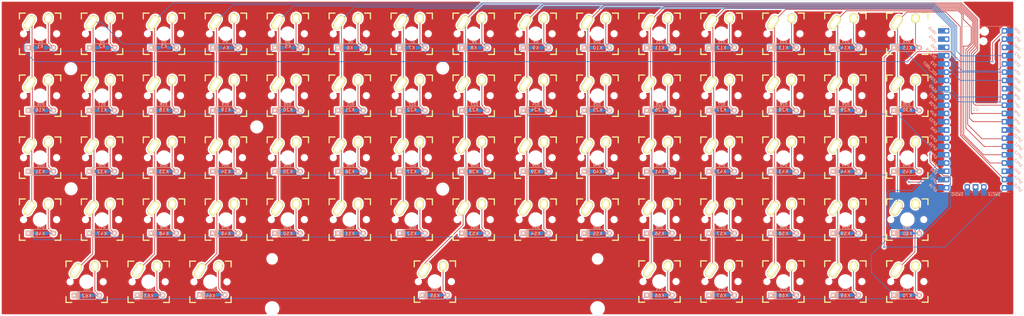
<source format=kicad_pcb>
(kicad_pcb (version 20241229) (generator "pcbnew") (generator_version "9.0")
  (layers (0 "F.Cu" signal) (2 "B.Cu" signal) (13 "F.Paste" user) (15 "B.Paste" user) (5 "F.SilkS" user "F.Silkscreen") (7 "B.SilkS" user "B.Silkscreen") (1 "F.Mask" user) (3 "B.Mask" user) (25 "Edge.Cuts" user))
  (net 0 "")
  (net 6 "Net-(D1-A)")
  (net 7 "/Row0")
  (net 8 "Net-(D2-A)")
  (net 9 "Net-(D3-A)")
  (net 10 "Net-(D4-A)")
  (net 11 "Net-(D5-A)")
  (net 12 "Net-(D6-A)")
  (net 13 "Net-(D7-A)")
  (net 14 "Net-(D8-A)")
  (net 15 "Net-(D9-A)")
  (net 16 "Net-(D10-A)")
  (net 17 "Net-(D11-A)")
  (net 18 "Net-(D12-A)")
  (net 19 "Net-(D13-A)")
  (net 20 "Net-(D14-A)")
  (net 21 "Net-(D15-A)")
  (net 22 "/Row1")
  (net 23 "Net-(D16-A)")
  (net 24 "Net-(D17-A)")
  (net 25 "Net-(D18-A)")
  (net 26 "Net-(D19-A)")
  (net 27 "Net-(D20-A)")
  (net 28 "Net-(D21-A)")
  (net 29 "Net-(D22-A)")
  (net 30 "Net-(D23-A)")
  (net 31 "Net-(D24-A)")
  (net 32 "Net-(D25-A)")
  (net 33 "Net-(D26-A)")
  (net 34 "Net-(D27-A)")
  (net 35 "Net-(D28-A)")
  (net 36 "Net-(D29-A)")
  (net 37 "Net-(D30-A)")
  (net 38 "Net-(D31-A)")
  (net 39 "/Row2")
  (net 40 "Net-(D32-A)")
  (net 41 "Net-(D33-A)")
  (net 42 "Net-(D34-A)")
  (net 43 "Net-(D35-A)")
  (net 44 "Net-(D36-A)")
  (net 45 "Net-(D37-A)")
  (net 46 "Net-(D38-A)")
  (net 47 "Net-(D39-A)")
  (net 48 "Net-(D40-A)")
  (net 49 "Net-(D41-A)")
  (net 50 "Net-(D42-A)")
  (net 51 "Net-(D43-A)")
  (net 52 "Net-(D44-A)")
  (net 53 "Net-(D45-A)")
  (net 54 "/Row3")
  (net 55 "Net-(D46-A)")
  (net 56 "Net-(D47-A)")
  (net 57 "Net-(D48-A)")
  (net 58 "Net-(D49-A)")
  (net 59 "Net-(D50-A)")
  (net 60 "Net-(D51-A)")
  (net 61 "Net-(D52-A)")
  (net 62 "Net-(D53-A)")
  (net 63 "Net-(D54-A)")
  (net 64 "Net-(D55-A)")
  (net 65 "Net-(D56-A)")
  (net 66 "Net-(D57-A)")
  (net 67 "Net-(D58-A)")
  (net 68 "Net-(D59-A)")
  (net 69 "Net-(D60-A)")
  (net 70 "/Row4")
  (net 71 "Net-(D62-A)")
  (net 72 "Net-(D63-A)")
  (net 73 "Net-(D64-A)")
  (net 74 "Net-(D68-A)")
  (net 75 "Net-(D71-A)")
  (net 76 "Net-(D72-A)")
  (net 77 "Net-(D73-A)")
  (net 78 "Net-(D74-A)")
  (net 79 "Net-(D75-A)")
  (net 83 "/Col0")
  (net 84 "/Col1")
  (net 85 "/Col2")
  (net 86 "/Col3")
  (net 87 "/Col4")
  (net 88 "/Col5")
  (net 89 "/Col6")
  (net 90 "/Col7")
  (net 91 "/Col8")
  (net 92 "/Col9")
  (net 93 "/Col10")
  (net 94 "/Col11")
  (net 95 "/Col12")
  (net 96 "/Col13")
  (net 97 "/Col14")
  (net 104 "unconnected-(U1-GND-Pad23)")
  (net 111 "unconnected-(U1-ADC_VREF-Pad35)")
  (footprint "keebs.pretty-master:Mx_Alps_100" (layer "F.Cu") (at 119.38 88.9)
    (property "Reference" "K67")
    (property "Value" "KEYSW" (hide yes))
  )
  (footprint "keebs.pretty-master:Mx_Alps_100" (layer "F.Cu") (at 43.18 31.75)
    (property "Reference" "K23")
    (property "Value" "KEYSW" (hide yes))
  )
  (footprint "keebs.pretty-master:Mx_Alps_100" (layer "F.Cu") (at 24.13 69.85)
    (property "Reference" "K52")
    (property "Value" "KEYSW" (hide yes))
  )
  (footprint "keebs.pretty-master:Mx_Alps_100" (layer "F.Cu") (at -71.12 69.85)
    (property "Reference" "K47")
    (property "Value" "KEYSW" (hide yes))
  )
  (footprint "keebs.pretty-master:Mx_Alps_100" (layer "F.Cu") (at -52.07 50.8)
    (property "Reference" "K33")
    (property "Value" "KEYSW" (hide yes))
  )
  (footprint "keebs.pretty-master:Mx_Alps_100" (layer "F.Cu") (at -90.17 12.7)
    (property "Reference" "K1")
    (property "Value" "KEYSW" (hide yes))
  )
  (footprint "keebs.pretty-master:Mx_Alps_100" (layer "F.Cu") (at 119.38 31.75)
    (property "Reference" "K27")
    (property "Value" "KEYSW" (hide yes))
  )
  (footprint "keebs.pretty-master:Mx_Alps_100" (layer "F.Cu") (at 176.53 69.85)
    (property "Reference" "K60")
    (property "Value" "KEYSW" (hide yes))
  )
  (footprint "keebs.pretty-master:Mx_Alps_100" (layer "F.Cu") (at 138.43 31.75)
    (property "Reference" "K28")
    (property "Value" "KEYSW" (hide yes))
  )
  (footprint "keebs.pretty-master:Mx_Alps_100" (layer "F.Cu") (at 5.08 50.8)
    (property "Reference" "K36")
    (property "Value" "KEYSW" (hide yes))
  )
  (footprint "keebs.pretty-master:Mx_Alps_100" (layer "F.Cu") (at 176.53 31.75)
    (property "Reference" "K30")
    (property "Value" "KEYSW" (hide yes))
  )
  (footprint "keebs.pretty-master:Mx_Alps_100" (layer "F.Cu") (at 176.53 50.8)
    (property "Reference" "K45")
    (property "Value" "KEYSW" (hide yes))
  )
  (footprint "keebs.pretty-master:Mx_Alps_100" (layer "F.Cu") (at 5.08 12.7)
    (property "Reference" "K6")
    (property "Value" "KEYSW" (hide yes))
  )
  (footprint "keebs.pretty-master:Mx_Alps_100" (layer "F.Cu") (at 157.48 88.9)
    (property "Reference" "K69")
    (property "Value" "KEYSW" (hide yes))
  )
  (footprint "keebs.pretty-master:Mx_Alps_100" (layer "F.Cu") (at -13.97 69.85)
    (property "Reference" "K50")
    (property "Value" "KEYSW" (hide yes))
  )
  (footprint "keebs.pretty-master:Mx_Alps_625" (layer "F.Cu") (at 31.24325 88.9225)
    (property "Reference" "K65")
    (property "Value" "KEYSW" (hide yes))
  )
  (footprint "keebs.pretty-master:Mx_Alps_100" (layer "F.Cu") (at -52.07 69.85)
    (property "Reference" "K48")
    (property "Value" "KEYSW" (hide yes))
  )
  (footprint "keebs.pretty-master:Mx_Alps_100" (layer "F.Cu") (at -13.97 12.7)
    (property "Reference" "K5")
    (property "Value" "KEYSW" (hide yes))
  )
  (footprint "keebs.pretty-master:Mx_Alps_100" (layer "F.Cu") (at 5.08 69.85)
    (property "Reference" "K51")
    (property "Value" "KEYSW" (hide yes))
  )
  (footprint "keebs.pretty-master:Mx_Alps_100" (layer "F.Cu") (at -13.97 50.8)
    (property "Reference" "K35")
    (property "Value" "KEYSW" (hide yes))
  )
  (footprint "keebs.pretty-master:Mx_Alps_100" (layer "F.Cu") (at 24.13 12.7)
    (property "Reference" "K7")
    (property "Value" "KEYSW" (hide yes))
  )
  (footprint "keebs.pretty-master:Mx_Alps_100" (layer "F.Cu") (at -90.17 69.85)
    (property "Reference" "K46")
    (property "Value" "KEYSW" (hide yes))
  )
  (footprint "keebs.pretty-master:Mx_Alps_100" (layer "F.Cu") (at 62.23 12.7)
    (property "Reference" "K9")
    (property "Value" "KEYSW" (hide yes))
  )
  (footprint "keebs.pretty-master:Mx_Alps_100" (layer "F.Cu") (at 100.33 12.7)
    (property "Reference" "K11")
    (property "Value" "KEYSW" (hide yes))
  )
  (footprint "keebs.pretty-master:Mx_Alps_100" (layer "F.Cu") (at 62.23 31.75)
    (property "Reference" "K24")
    (property "Value" "KEYSW" (hide yes))
  )
  (footprint "keebs.pretty-master:Mx_Alps_100" (layer "F.Cu") (at 62.23 69.85)
    (property "Reference" "K54")
    (property "Value" "KEYSW" (hide yes))
  )
  (footprint "keebs.pretty-master:Mx_Alps_100" (layer "F.Cu") (at 81.28 12.7)
    (property "Reference" "K10")
    (property "Value" "KEYSW" (hide yes))
  )
  (footprint "keebs.pretty-master:Mx_Alps_100" (layer "F.Cu") (at 62.23 50.8)
    (property "Reference" "K39")
    (property "Value" "KEYSW" (hide yes))
  )
  (footprint "keebs.pretty-master:Mx_Alps_100" (layer "F.Cu") (at 100.33 88.9)
    (property "Reference" "K66")
    (property "Value" "KEYSW" (hide yes))
  )
  (footprint "keebs.pretty-master:Mx_Alps_100" (layer "F.Cu") (at -52.07 31.75)
    (property "Reference" "K18")
    (property "Value" "KEYSW" (hide yes))
  )
  (footprint "keebs.pretty-master:Mx_Alps_100" (layer "F.Cu") (at -90.17 50.8)
    (property "Reference" "K31")
    (property "Value" "KEYSW" (hide yes))
  )
  (footprint "keebs.pretty-master:Mx_Alps_100" (layer "F.Cu") (at 24.13 50.8)
    (property "Reference" "K37")
    (property "Value" "KEYSW" (hide yes))
  )
  (footprint "keebs.pretty-master:Mx_Alps_100" (layer "F.Cu") (at -71.12 31.75)
    (property "Reference" "K17")
    (property "Value" "KEYSW" (hide yes))
  )
  (footprint "keebs.pretty-master:Mx_Alps_100" (layer "F.Cu") (at 138.43 88.9)
    (property "Reference" "K68")
    (property "Value" "KEYSW" (hide yes))
  )
  (footprint "keebs.pretty-master:Mx_Alps_100" (layer "F.Cu") (at 138.43 12.7)
    (property "Reference" "K13")
    (property "Value" "KEYSW" (hide yes))
  )
  (footprint "keebs.pretty-master:Mx_Alps_100" (layer "F.Cu") (at 100.33 31.75)
    (property "Reference" "K26")
    (property "Value" "KEYSW" (hide yes))
  )
  (footprint "keebs.pretty-master:Mx_Alps_100" (layer "F.Cu") (at 176.53 12.7)
    (property "Reference" "K15")
    (property "Value" "KEYSW" (hide yes))
  )
  (footprint "keebs.pretty-master:Mx_Alps_100" (layer "F.Cu") (at -56.77 88.9775)
    (property "Reference" "K63")
    (property "Value" "KEYSW" (hide yes))
  )
  (footprint "keebs.pretty-master:Mx_Alps_100" (layer "F.Cu") (at -71.12 12.7)
    (property "Reference" "K2")
    (property "Value" "KEYSW" (hide yes))
  )
  (footprint "keebs.pretty-master:Mx_Alps_100" (layer "F.Cu") (at 81.28 31.75)
    (property "Reference" "K25")
    (property "Value" "KEYSW" (hide yes))
  )
  (footprint "keebs.pretty-master:Mx_Alps_100" (layer "F.Cu") (at 157.48 69.85)
    (property "Reference" "K59")
    (property "Value" "KEYSW" (hide yes))
  )
  (footprint "keebs.pretty-master:Mx_Alps_100" (layer "F.Cu") (at 43.18 50.8)
    (property "Reference" "K38")
    (property "Value" "KEYSW" (hide yes))
  )
  (footprint "keebs.pretty-master:Mx_Alps_100" (layer "F.Cu") (at -33.02 69.85)
    (property "Reference" "K49")
    (property "Value" "KEYSW" (hide yes))
  )
  (footprint "keebs.pretty-master:Mx_Alps_100" (layer "F.Cu") (at -90.17 31.75)
    (property "Reference" "K16")
    (property "Value" "KEYSW" (hide yes))
  )
  (footprint "keebs.pretty-master:Mx_Alps_100" (layer "F.Cu") (at 157.48 31.75)
    (property "Reference" "K29")
    (property "Value" "KEYSW" (hide yes))
  )
  (footprint "keebs.pretty-master:Mx_Alps_100" (layer "F.Cu") (at 119.38 50.8)
    (property "Reference" "K42")
    (property "Value" "KEYSW" (hide yes))
  )
  (footprint "keebs.pretty-master:Mx_Alps_100" (layer "F.Cu") (at 5.08 31.75)
    (property "Reference" "K21")
    (property "Value" "KEYSW" (hide yes))
  )
  (footprint "keebs.pretty-master:Mx_Alps_100" (layer "F.Cu") (at 119.38 69.85)
    (property "Reference" "K57")
    (property "Value" "KEYSW" (hide yes))
  )
  (footprint "keebs.pretty-master:Mx_Alps_100" (layer "F.Cu") (at -71.12 50.8)
    (property "Reference" "K32")
    (property "Value" "KEYSW" (hide yes))
  )
  (footprint "keebs.pretty-master:Mx_Alps_100" (layer "F.Cu") (at 119.38 12.7)
    (property "Reference" "K12")
    (property "Value" "KEYSW" (hide yes))
  )
  (footprint "keebs.pretty-master:Mx_Alps_100" (layer "F.Cu") (at 43.18 12.7)
    (property "Reference" "K8")
    (property "Value" "KEYSW" (hide yes))
  )
  (footprint "keebs.pretty-master:Mx_Alps_100" (layer "F.Cu") (at 157.48 12.7)
    (property "Reference" "K14")
    (property "Value" "KEYSW" (hide yes))
  )
  (footprint "keebs.pretty-master:Mx_Alps_100" (layer "F.Cu") (at -13.97 31.75)
    (property "Reference" "K20")
    (property "Value" "KEYSW" (hide yes))
  )
  (footprint "keebs.pretty-master:Mx_Alps_100" (layer "F.Cu") (at -75.85 88.9775)
    (property "Reference" "K62")
    (property "Value" "KEYSW" (hide yes))
  )
  (footprint "keebs.pretty-master:Mx_Alps_100" (layer "F.Cu") (at -33.02 31.75)
    (property "Reference" "K19")
    (property "Value" "KEYSW" (hide yes))
  )
  (footprint "keebs.pretty-master:Mx_Alps_100" (layer "F.Cu") (at -52.07 12.7)
    (property "Reference" "K3")
    (property "Value" "KEYSW" (hide yes))
  )
  (footprint "keebs.pretty-master:Mx_Alps_100" (layer "F.Cu") (at 81.28 69.85)
    (property "Reference" "K55")
    (property "Value" "KEYSW" (hide yes))
  )
  (footprint "keebs.pretty-master:Mx_Alps_100" (layer "F.Cu") (at 176.53 88.9)
    (property "Reference" "K70")
    (property "Value" "KEYSW" (hide yes))
  )
  (footprint "keebs.pretty-master:Mx_Alps_100" (layer "F.Cu") (at 157.48 50.8)
    (property "Reference" "K44")
    (property "Value" "KEYSW" (hide yes))
  )
  (footprint "keebs.pretty-master:Mx_Alps_100" (layer "F.Cu") (at 138.43 50.8)
    (property "Reference" "K43")
    (property "Value" "KEYSW" (hide yes))
  )
  (footprint "keebs.pretty-master:Mx_Alps_100" (layer "F.Cu") (at 81.28 50.8)
    (property "Reference" "K40")
    (property "Value" "KEYSW" (hide yes))
  )
  (footprint "keebs.pretty-master:Mx_Alps_100" (layer "F.Cu") (at -33.02 12.7)
    (property "Reference" "K4")
    (property "Value" "KEYSW" (hide yes))
  )
  (footprint "keebs.pretty-master:Mx_Alps_100" (layer "F.Cu") (at -37.77 88.9775)
    (property "Reference" "K64")
    (property "Value" "KEYSW" (hide yes))
  )
  (footprint "keebs.pretty-master:Mx_Alps_100" (layer "F.Cu") (at 100.33 50.8)
    (property "Reference" "K41")
    (property "Value" "KEYSW" (hide yes))
  )
  (footprint "keebs.pretty-master:Mx_Alps_100" (layer "F.Cu") (at 43.18 69.85)
    (property "Reference" "K53")
    (property "Value" "KEYSW" (hide yes))
  )
  (footprint "keebs.pretty-master:Mx_Alps_100" (layer "F.Cu") (at 100.33 69.85)
    (property "Reference" "K56")
    (property "Value" "KEYSW" (hide yes))
  )
  (footprint "keebs.pretty-master:Mx_Alps_100" (layer "F.Cu") (at 138.43 69.85)
    (property "Reference" "K58")
    (property "Value" "KEYSW" (hide yes))
  )
  (footprint "keebs.pretty-master:Mx_Alps_100" (layer "F.Cu") (at -33.02 50.8)
    (property "Reference" "K34")
    (property "Value" "KEYSW" (hide yes))
  )
  (footprint "keebs.pretty-master:Mx_Alps_100" (layer "F.Cu") (at 24.13 31.75)
    (property "Reference" "K22")
    (property "Value" "KEYSW" (hide yes))
  )
  (footprint "keyboard_parts.pretty-master:D_SOD123_axial" (layer "B.Cu") (at 5.325 16.96875)
    (property "Reference" "D6")
    (property "Value" "D" (hide yes))
  )
  (footprint "keyboard_parts.pretty-master:D_SOD123_axial" (layer "B.Cu") (at 62.34375 74.0625)
    (property "Reference" "D54")
    (property "Value" "D" (hide yes))
  )
  (footprint "keyboard_parts.pretty-master:D_SOD123_axial" (layer "B.Cu") (at -33.16875 16.96875)
    (property "Reference" "D4")
    (property "Value" "D" (hide yes))
  )
  (footprint "keyboard_parts.pretty-master:D_SOD123_axial" (layer "B.Cu") (at -89.925 16.96875)
    (property "Reference" "D1")
    (property "Value" "D" (hide yes))
  )
  (footprint "keyboard_parts.pretty-master:D_SOD123_axial" (layer "B.Cu") (at 81.075 55.03125)
    (property "Reference" "D40")
    (property "Value" "D" (hide yes))
  )
  (footprint "keyboard_parts.pretty-master:D_SOD123_axial" (layer "B.Cu") (at 138.50625 16.96875)
    (property "Reference" "D13")
    (property "Value" "D" (hide yes))
  )
  (footprint "keyboard_parts.pretty-master:D_SOD123_axial" (layer "B.Cu") (at -71.15625 55.03125)
    (property "Reference" "D32")
    (property "Value" "D" (hide yes))
  )
  (footprint "keyboard_parts.pretty-master:D_SOD123_axial" (layer "B.Cu") (at 157.63125 74.0625)
    (property "Reference" "D59")
    (property "Value" "D" (hide yes))
  )
  (footprint "keyboard_parts.pretty-master:D_SOD123_axial" (layer "B.Cu") (at 100.3125 74.0625)
    (property "Reference" "D56")
    (property "Value" "D" (hide yes))
  )
  (footprint "keyboard_parts.pretty-master:D_SOD123_axial" (layer "B.Cu") (at 119.45625 16.96875)
    (property "Reference" "D12")
    (property "Value" "D" (hide yes))
  )
  (footprint "keyboard_parts.pretty-master:D_SOD123_axial" (layer "B.Cu") (at 43.427885 16.96875)
    (property "Reference" "D8")
    (property "Value" "D" (hide yes))
  )
  (footprint "keyboard_parts.pretty-master:D_SOD123_axial" (layer "B.Cu") (at -14.04375 16.96875)
    (property "Reference" "D5")
    (property "Value" "D" (hide yes))
  )
  (footprint "keyboard_parts.pretty-master:D_SOD123_axial" (layer "B.Cu") (at 24.346154 55.03125)
    (property "Reference" "D37")
    (property "Value" "D" (hide yes))
  )
  (footprint "keyboard_parts.pretty-master:D_SOD123_axial" (layer "B.Cu") (at 100.3125 36.28125)
    (property "Reference" "D26")
    (property "Value" "D" (hide yes))
  )
  (footprint "keyboard_parts.pretty-master:D_SOD123_axial" (layer "B.Cu") (at 138.50625 93.09375)
    (property "Reference" "D73")
    (property "Value" "D" (hide yes))
  )
  (footprint "keyboard_parts.pretty-master:D_SOD123_axial" (layer "B.Cu") (at -71.15625 74.0625)
    (property "Reference" "D47")
    (property "Value" "D" (hide yes))
  )
  (footprint "keyboard_parts.pretty-master:D_SOD123_axial" (layer "B.Cu") (at 24.346154 16.96875)
    (property "Reference" "D7")
    (property "Value" "D" (hide yes))
  )
  (footprint "keyboard_parts.pretty-master:D_SOD123_axial" (layer "B.Cu") (at -89.925 36.28125)
    (property "Reference" "D16")
    (property "Value" "D" (hide yes))
  )
  (footprint "keyboard_parts.pretty-master:D_SOD123_axial" (layer "B.Cu") (at 119.45625 36.28125)
    (property "Reference" "D27")
    (property "Value" "D" (hide yes))
  )
  (footprint "keyboard_parts.pretty-master:D_SOD123_axial" (layer "B.Cu") (at 62.34375 36.28125)
    (property "Reference" "D24")
    (property "Value" "D" (hide yes))
  )
  (footprint "MCU_RaspberryPi_and_Boards:RPi_Pico_SMD_TH" (layer "B.Cu") (at 197.515 35.93375 180)
    (property "Reference" "U1")
    (property "Value" "Pico")
  )
  (footprint "keyboard_parts.pretty-master:D_SOD123_axial" (layer "B.Cu") (at 24.346154 36.28125)
    (property "Reference" "D22")
    (property "Value" "D" (hide yes))
  )
  (footprint "keyboard_parts.pretty-master:D_SOD123_axial" (layer "B.Cu") (at -52.125 55.03125)
    (property "Reference" "D33")
    (property "Value" "D" (hide yes))
  )
  (footprint "keyboard_parts.pretty-master:D_SOD123_axial" (layer "B.Cu") (at 176.325 16.96875)
    (property "Reference" "D15")
    (property "Value" "D" (hide yes))
  )
  (footprint "keyboard_parts.pretty-master:D_SOD123_axial" (layer "B.Cu") (at 119.45625 55.03125)
    (property "Reference" "D42")
    (property "Value" "D" (hide yes))
  )
  (footprint "keyboard_parts.pretty-master:D_SOD123_axial" (layer "B.Cu") (at 138.50625 74.0625)
    (property "Reference" "D58")
    (property "Value" "D" (hide yes))
  )
  (footprint "keyboard_parts.pretty-master:D_SOD123_axial" (layer "B.Cu") (at -14.04375 36.28125)
    (property "Reference" "D20")
    (property "Value" "D" (hide yes))
  )
  (footprint "keyboard_parts.pretty-master:D_SOD123_axial" (layer "B.Cu") (at -33.16875 55.03125)
    (property "Reference" "D34")
    (property "Value" "D" (hide yes))
  )
  (footprint "keyboard_parts.pretty-master:D_SOD123_axial" (layer "B.Cu") (at -14.04375 55.03125)
    (property "Reference" "D35")
    (property "Value" "D" (hide yes))
  )
  (footprint "keyboard_parts.pretty-master:D_SOD123_axial" (layer "B.Cu") (at -71.0625 16.96875)
    (property "Reference" "D2")
    (property "Value" "D" (hide yes))
  )
  (footprint "keyboard_parts.pretty-master:D_SOD123_axial" (layer "B.Cu") (at 62.34375 55.03125)
    (property "Reference" "D39")
    (property "Value" "D" (hide yes))
  )
  (footprint "keyboard_parts.pretty-master:D_SOD123_axial" (layer "B.Cu") (at 157.63125 36.28125)
    (property "Reference" "D29")
    (property "Value" "D" (hide yes))
  )
  (footprint "keyboard_parts.pretty-master:D_SOD123_axial" (layer "B.Cu") (at 5.325 74.0625)
    (property "Reference" "D51")
    (property "Value" "D" (hide yes))
  )
  (footprint "keyboard_parts.pretty-master:D_SOD123_axial" (layer "B.Cu") (at 5.325 36.28125)
    (property "Reference" "D21")
    (property "Value" "D" (hide yes))
  )
  (footprint "keyboard_parts.pretty-master:D_SOD123_axial" (layer "B.Cu") (at -89.925 55.03125)
    (property "Reference" "D31")
    (property "Value" "D" (hide yes))
  )
  (footprint "keyboard_parts.pretty-master:D_SOD123_axial" (layer "B.Cu") (at 81.075 16.96875)
    (property "Reference" "D10")
    (property "Value" "D" (hide yes))
  )
  (footprint "keyboard_parts.pretty-master:D_SOD123_axial" (layer "B.Cu") (at -75.76875 93.1875)
    (property "Reference" "D62")
    (property "Value" "D" (hide yes))
  )
  (footprint "keyboard_parts.pretty-master:D_SOD123_axial" (layer "B.Cu") (at 176.325 55.03125)
    (property "Reference" "D45")
    (property "Value" "D" (hide yes))
  )
  (footprint "keyboard_parts.pretty-master:D_SOD123_axial" (layer "B.Cu") (at 43.427885 55.03125)
    (property "Reference" "D38")
    (property "Value" "D" (hide yes))
  )
  (footprint "keyboard_parts.pretty-master:D_SOD123_axial" (layer "B.Cu") (at 24.346154 74.0625)
    (property "Reference" "D52")
    (property "Value" "D" (hide yes))
  )
  (footprint "keyboard_parts.pretty-master:D_SOD123_axial" (layer "B.Cu") (at -56.3625 93.09375)
    (property "Reference" "D63")
    (property "Value" "D" (hide yes))
  )
  (footprint "keyboard_parts.pretty-master:D_SOD123_axial" (layer "B.Cu") (at 100.3125 55.03125)
    (property "Reference" "D41")
    (property "Value" "D" (hide yes))
  )
  (footprint "keyboard_parts.pretty-master:D_SOD123_axial" (layer "B.Cu") (at 157.63125 93.09375)
    (property "Reference" "D74")
    (property "Value" "D" (hide yes))
  )
  (footprint "keyboard_parts.pretty-master:D_SOD123_axial" (layer "B.Cu") (at 176.325 36.28125)
    (property "Reference" "D30")
    (property "Value" "D" (hide yes))
  )
  (footprint "keyboard_parts.pretty-master:D_SOD123_axial" (layer "B.Cu") (at -52.125 74.0625)
    (property "Reference" "D48")
    (property "Value" "D" (hide yes))
  )
  (footprint "keyboard_parts.pretty-master:D_SOD123_axial" (layer "B.Cu") (at -71.15625 36.28125)
    (property "Reference" "D17")
    (property "Value" "D" (hide yes))
  )
  (footprint "keyboard_parts.pretty-master:D_SOD123_axial" (layer "B.Cu") (at -33.16875 74.0625)
    (property "Reference" "D49")
    (property "Value" "D" (hide yes))
  )
  (footprint "keyboard_parts.pretty-master:D_SOD123_axial" (layer "B.Cu") (at 176.325 93.09375)
    (property "Reference" "D75")
    (property "Value" "D" (hide yes))
  )
  (footprint "keyboard_parts.pretty-master:D_SOD123_axial" (layer "B.Cu") (at -37.21875 93)
    (property "Reference" "D64")
    (property "Value" "D" (hide yes))
  )
  (footprint "keyboard_parts.pretty-master:D_SOD123_axial" (layer "B.Cu") (at -89.925 74.0625)
    (property "Reference" "D46")
    (property "Value" "D" (hide yes))
  )
  (footprint "keyboard_parts.pretty-master:D_SOD123_axial" (layer "B.Cu") (at 157.63125 16.96875)
    (property "Reference" "D14")
    (property "Value" "D" (hide yes))
  )
  (footprint "keyboard_parts.pretty-master:D_SOD123_axial" (layer "B.Cu") (at 81.075 74.0625)
    (property "Reference" "D55")
    (property "Value" "D" (hide yes))
  )
  (footprint "keyboard_parts.pretty-master:D_SOD123_axial" (layer "B.Cu") (at 100.3125 93.09375)
    (property "Reference" "D71")
    (property "Value" "D" (hide yes))
  )
  (footprint "keyboard_parts.pretty-master:D_SOD123_axial" (layer "B.Cu") (at 157.63125 55.03125)
    (property "Reference" "D44")
    (property "Value" "D" (hide yes))
  )
  (footprint "keyboard_parts.pretty-master:D_SOD123_axial" (layer "B.Cu") (at 31.2375 93.09375)
    (property "Reference" "D68")
    (property "Value" "D" (hide yes))
  )
  (footprint "keyboard_parts.pretty-master:D_SOD123_axial" (layer "B.Cu") (at 138.50625 55.03125)
    (property "Reference" "D43")
    (property "Value" "D" (hide yes))
  )
  (footprint "keyboard_parts.pretty-master:D_SOD123_axial" (layer "B.Cu") (at 100.3125 16.96875)
    (property "Reference" "D11")
    (property "Value" "D" (hide yes))
  )
  (footprint "keyboard_parts.pretty-master:D_SOD123_axial" (layer "B.Cu") (at 176.325 74.0625)
    (property "Reference" "D60")
    (property "Value" "D" (hide yes))
  )
  (footprint "keyboard_parts.pretty-master:D_SOD123_axial" (layer "B.Cu") (at 81.075 36.28125)
    (property "Reference" "D25")
    (property "Value" "D" (hide yes))
  )
  (footprint "keyboard_parts.pretty-master:D_SOD123_axial" (layer "B.Cu") (at 119.45625 74.0625)
    (property "Reference" "D57")
    (property "Value" "D" (hide yes))
  )
  (footprint "keyboard_parts.pretty-master:D_SOD123_axial" (layer "B.Cu") (at -52.125 16.96875)
    (property "Reference" "D3")
    (property "Value" "D" (hide yes))
  )
  (footprint "keyboard_parts.pretty-master:D_SOD123_axial" (layer "B.Cu") (at -14.04375 74.0625)
    (property "Reference" "D50")
    (property "Value" "D" (hide yes))
  )
  (footprint "keyboard_parts.pretty-master:D_SOD123_axial" (layer "B.Cu") (at 138.50625 36.28125)
    (property "Reference" "D28")
    (property "Value" "D" (hide yes))
  )
  (footprint "keyboard_parts.pretty-master:D_SOD123_axial" (layer "B.Cu") (at -52.125 36.28125)
    (property "Reference" "D18")
    (property "Value" "D" (hide yes))
  )
  (footprint "keyboard_parts.pretty-master:D_SOD123_axial" (layer "B.Cu") (at -33.16875 36.28125)
    (property "Reference" "D19")
    (property "Value" "D" (hide yes))
  )
  (footprint "keyboard_parts.pretty-master:D_SOD123_axial" (layer "B.Cu") (at 5.325 55.03125)
    (property "Reference" "D36")
    (property "Value" "D" (hide yes))
  )
  (footprint "keyboard_parts.pretty-master:D_SOD123_axial" (layer "B.Cu") (at 62.34375 16.96875)
    (property "Reference" "D9")
    (property "Value" "D" (hide yes))
  )
  (footprint "keyboard_parts.pretty-master:D_SOD123_axial" (layer "B.Cu") (at 119.45625 93.09375)
    (property "Reference" "D72")
    (property "Value" "D" (hide yes))
  )
  (footprint "keyboard_parts.pretty-master:D_SOD123_axial" (layer "B.Cu") (at 43.427885 36.28125)
    (property "Reference" "D23")
    (property "Value" "D" (hide yes))
  )
  (footprint "keyboard_parts.pretty-master:D_SOD123_axial" (layer "B.Cu") (at 43.427885 74.0625)
    (property "Reference" "D53")
    (property "Value" "D" (hide yes))
  )
  (gr_rect (start -102.46875 2.34375) (end 209.625 99.46875) (stroke (width 0.05)) (fill no) (layer "Edge.Cuts"))
  (gr_circle (center 33.65625 23.25) (end 35.15625 23.25) (stroke (width 0.05)) (fill no) (layer "Edge.Cuts"))
  (gr_circle (center -80.71875 23.4375) (end -79.21875 23.4375) (stroke (width 0.05)) (fill no) (layer "Edge.Cuts"))
  (gr_circle (center -80.625 60.375) (end -79.125 60.375) (stroke (width 0.05)) (fill no) (layer "Edge.Cuts"))
  (gr_circle (center -23.53125 41.34375) (end -22.03125 41.34375) (stroke (width 0.05)) (fill no) (layer "Edge.Cuts"))
  (gr_circle (center 33.65625 60.46875) (end 35.15625 60.46875) (stroke (width 0.05)) (fill no) (layer "Edge.Cuts"))
  (segment (start -87.65 15.34375) (end -86.025 16.96875) (width 0.2) (layer "F.Cu") (net 6))
  (segment (start -87.65 7.91) (end -87.65 15.34375) (width 0.2) (layer "F.Cu") (net 6))
  (segment (start 169.40625 19.9875) (end 169.40625 78.28125) (width 0.2) (layer "F.Cu") (net 7))
  (segment (start 172.425 16.96875) (end 169.40625 19.9875) (width 0.2) (layer "F.Cu") (net 7))
  (via (at 169.40625 78.28125) (size 0.6) (drill 0.3) (layers "F.Cu" "B.Cu") (net 7))
  (segment (start 20.446154 16.96875) (end 21.547154 18.06975) (width 0.2) (layer "B.Cu") (net 7))
  (segment (start 40.628885 18.06975) (end 57.34275 18.06975) (width 0.2) (layer "B.Cu") (net 7))
  (segment (start -35.96775 18.06975) (end -19.04475 18.06975) (width 0.2) (layer "B.Cu") (net 7))
  (segment (start 57.34275 18.06975) (end 58.44375 16.96875) (width 0.2) (layer "B.Cu") (net 7))
  (segment (start -73.8615 18.06975) (end -57.126 18.06975) (width 0.2) (layer "B.Cu") (net 7))
  (segment (start 114.45525 18.06975) (end 115.55625 16.96875) (width 0.2) (layer "B.Cu") (net 7))
  (segment (start 154.83225 18.06975) (end 171.324 18.06975) (width 0.2) (layer "B.Cu") (net 7))
  (segment (start 78.276 18.06975) (end 95.3115 18.06975) (width 0.2) (layer "B.Cu") (net 7))
  (segment (start 59.54475 18.06975) (end 76.074 18.06975) (width 0.2) (layer "B.Cu") (net 7))
  (segment (start 153.73125 16.96875) (end 154.83225 18.06975) (width 0.2) (layer "B.Cu") (net 7))
  (segment (start 133.50525 18.06975) (end 134.60625 16.96875) (width 0.2) (layer "B.Cu") (net 7))
  (segment (start 96.4125 16.96875) (end 97.5135 18.06975) (width 0.2) (layer "B.Cu") (net 7))
  (segment (start -92.724 18.06975) (end -76.0635 18.06975) (width 0.2) (layer "B.Cu") (net 7))
  (segment (start 134.60625 16.96875) (end 135.70725 18.06975) (width 0.2) (layer "B.Cu") (net 7))
  (segment (start -17.94375 16.96875) (end -16.84275 18.06975) (width 0.2) (layer "B.Cu") (net 7))
  (segment (start 77.175 16.96875) (end 78.276 18.06975) (width 0.2) (layer "B.Cu") (net 7))
  (segment (start 188.1875 78.28125) (end 206.405 60.06375) (width 0.2) (layer "B.Cu") (net 7))
  (segment (start 58.44375 16.96875) (end 59.54475 18.06975) (width 0.2) (layer "B.Cu") (net 7))
  (segment (start -38.16975 18.06975) (end -37.06875 16.96875) (width 0.2) (layer "B.Cu") (net 7))
  (segment (start 39.527885 16.96875) (end 40.628885 18.06975) (width 0.2) (layer "B.Cu") (net 7))
  (segment (start 135.70725 18.06975) (end 152.63025 18.06975) (width 0.2) (layer "B.Cu") (net 7))
  (segment (start 171.324 18.06975) (end 172.425 16.96875) (width 0.2) (layer "B.Cu") (net 7))
  (segment (start -37.06875 16.96875) (end -35.96775 18.06975) (width 0.2) (layer "B.Cu") (net 7))
  (segment (start 1.425 16.96875) (end 2.526 18.06975) (width 0.2) (layer "B.Cu") (net 7))
  (segment (start -74.9625 16.96875) (end -73.8615 18.06975) (width 0.2) (layer "B.Cu") (net 7))
  (segment (start 38.426885 18.06975) (end 39.527885 16.96875) (width 0.2) (layer "B.Cu") (net 7))
  (segment (start 95.3115 18.06975) (end 96.4125 16.96875) (width 0.2) (layer "B.Cu") (net 7))
  (segment (start -57.126 18.06975) (end -56.025 16.96875) (width 0.2) (layer "B.Cu") (net 7))
  (segment (start -76.0635 18.06975) (end -74.9625 16.96875) (width 0.2) (layer "B.Cu") (net 7))
  (segment (start 169.40625 78.28125) (end 188.1875 78.28125) (width 0.2) (layer "B.Cu") (net 7))
  (segment (start 115.55625 16.96875) (end 116.65725 18.06975) (width 0.2) (layer "B.Cu") (net 7))
  (segment (start 2.526 18.06975) (end 19.345154 18.06975) (width 0.2) (layer "B.Cu") (net 7))
  (segment (start -16.84275 18.06975) (end 0.324 18.06975) (width 0.2) (layer "B.Cu") (net 7))
  (segment (start 97.5135 18.06975) (end 114.45525 18.06975) (width 0.2) (layer "B.Cu") (net 7))
  (segment (start 21.547154 18.06975) (end 38.426885 18.06975) (width 0.2) (layer "B.Cu") (net 7))
  (segment (start -19.04475 18.06975) (end -17.94375 16.96875) (width 0.2) (layer "B.Cu") (net 7))
  (segment (start 0.324 18.06975) (end 1.425 16.96875) (width 0.2) (layer "B.Cu") (net 7))
  (segment (start -54.924 18.06975) (end -38.16975 18.06975) (width 0.2) (layer "B.Cu") (net 7))
  (segment (start 76.074 18.06975) (end 77.175 16.96875) (width 0.2) (layer "B.Cu") (net 7))
  (segment (start 19.345154 18.06975) (end 20.446154 16.96875) (width 0.2) (layer "B.Cu") (net 7))
  (segment (start 116.65725 18.06975) (end 133.50525 18.06975) (width 0.2) (layer "B.Cu") (net 7))
  (segment (start -56.025 16.96875) (end -54.924 18.06975) (width 0.2) (layer "B.Cu") (net 7))
  (segment (start 152.63025 18.06975) (end 153.73125 16.96875) (width 0.2) (layer "B.Cu") (net 7))
  (segment (start -93.825 16.96875) (end -92.724 18.06975) (width 0.2) (layer "B.Cu") (net 7))
  (segment (start -68.6 7.91) (end -68.6 15.53125) (width 0.2) (layer "F.Cu") (net 8))
  (segment (start -68.6 15.53125) (end -67.1625 16.96875) (width 0.2) (layer "F.Cu") (net 8))
  (segment (start -49.55 15.64375) (end -48.225 16.96875) (width 0.2) (layer "F.Cu") (net 9))
  (segment (start -49.55 7.91) (end -49.55 15.64375) (width 0.2) (layer "F.Cu") (net 9))
  (segment (start -30.5 7.91) (end -30.5 15.7375) (width 0.2) (layer "F.Cu") (net 10))
  (segment (start -30.5 15.7375) (end -29.26875 16.96875) (width 0.2) (layer "F.Cu") (net 10))
  (segment (start -11.45 7.91) (end -11.45 15.6625) (width 0.2) (layer "F.Cu") (net 11))
  (segment (start -11.45 15.6625) (end -10.14375 16.96875) (width 0.2) (layer "F.Cu") (net 11))
  (segment (start 7.6 7.91) (end 7.6 15.34375) (width 0.2) (layer "F.Cu") (net 12))
  (segment (start 7.6 15.34375) (end 9.225 16.96875) (width 0.2) (layer "F.Cu") (net 12))
  (segment (start 26.65 15.372596) (end 28.246154 16.96875) (width 0.2) (layer "F.Cu") (net 13))
  (segment (start 26.65 7.91) (end 26.65 15.372596) (width 0.2) (layer "F.Cu") (net 13))
  (segment (start 45.7 7.91) (end 45.7 15.340865) (width 0.2) (layer "F.Cu") (net 14))
  (segment (start 45.7 15.340865) (end 47.327885 16.96875) (width 0.2) (layer "F.Cu") (net 14))
  (segment (start 64.75 7.91) (end 64.75 15.475) (width 0.2) (layer "F.Cu") (net 15))
  (segment (start 64.75 15.475) (end 66.24375 16.96875) (width 0.2) (layer "F.Cu") (net 15))
  (segment (start 83.8 7.91) (end 83.8 15.79375) (width 0.2) (layer "F.Cu") (net 16))
  (segment (start 83.8 15.79375) (end 84.975 16.96875) (width 0.2) (layer "F.Cu") (net 16))
  (segment (start 102.85 7.91) (end 102.85 15.60625) (width 0.2) (layer "F.Cu") (net 17))
  (segment (start 102.85 15.60625) (end 104.2125 16.96875) (width 0.2) (layer "F.Cu") (net 17))
  (segment (start 121.9 7.91) (end 121.9 15.5125) (width 0.2) (layer "F.Cu") (net 18))
  (segment (start 121.9 15.5125) (end 123.35625 16.96875) (width 0.2) (layer "F.Cu") (net 18))
  (segment (start 140.95 7.91) (end 140.95 15.5125) (width 0.2) (layer "F.Cu") (net 19))
  (segment (start 140.95 15.5125) (end 142.40625 16.96875) (width 0.2) (layer "F.Cu") (net 19))
  (segment (start 160 15.4375) (end 161.53125 16.96875) (width 0.2) (layer "F.Cu") (net 20))
  (segment (start 160 7.91) (end 160 15.4375) (width 0.2) (layer "F.Cu") (net 20))
  (segment (start 179.05 7.91) (end 179.05 15.79375) (width 0.2) (layer "F.Cu") (net 21))
  (segment (start 179.05 15.79375) (end 180.225 16.96875) (width 0.2) (layer "F.Cu") (net 21))
  (segment (start 183.46875 49.6875) (end 183.46875 52.1295) (width 0.2) (layer "F.Cu") (net 22))
  (segment (start 189.776 57.04699) (end 189.776 58.91275) (width 0.2) (layer "F.Cu") (net 22))
  (segment (start 183.46875 52.1295) (end 187.712 56.37275) (width 0.2) (layer "F.Cu") (net 22))
  (segment (start 189.10176 56.37275) (end 189.776 57.04699) (width 0.2) (layer "F.Cu") (net 22))
  (segment (start 189.776 58.91275) (end 188.625 60.06375) (width 0.2) (layer "F.Cu") (net 22))
  (segment (start 187.712 56.37275) (end 189.10176 56.37275) (width 0.2) (layer "F.Cu") (net 22))
  (via (at 183.46875 49.6875) (size 0.6) (drill 0.3) (layers "F.Cu" "B.Cu") (net 22))
  (segment (start 2.526 37.38225) (end 1.425 36.28125) (width 0.2) (layer "B.Cu") (net 22))
  (segment (start 154.83225 37.38225) (end 153.73125 36.28125) (width 0.2) (layer "B.Cu") (net 22))
  (segment (start 58.44375 36.28125) (end 56.2875 38.4375) (width 0.2) (layer "B.Cu") (net 22))
  (segment (start 96.4125 36.28125) (end 95.3115 37.38225) (width 0.2) (layer "B.Cu") (net 22))
  (segment (start 183.46875 47.325) (end 183.46875 49.6875) (width 0.2) (layer "B.Cu") (net 22))
  (segment (start -57.126 37.38225) (end -73.95525 37.38225) (width 0.2) (layer "B.Cu") (net 22))
  (segment (start 134.60625 36.28125) (end 133.50525 37.38225) (width 0.2) (layer "B.Cu") (net 22))
  (segment (start 153.73125 36.28125) (end 152.63025 37.38225) (width 0.2) (layer "B.Cu") (net 22))
  (segment (start 116.65725 37.38225) (end 115.55625 36.28125) (width 0.2) (layer "B.Cu") (net 22))
  (segment (start 39.527885 36.28125) (end 38.426885 37.38225) (width 0.2) (layer "B.Cu") (net 22))
  (segment (start 135.70725 37.38225) (end 134.60625 36.28125) (width 0.2) (layer "B.Cu") (net 22))
  (segment (start 77.175 36.28125) (end 75.20625 38.25) (width 0.2) (layer "B.Cu") (net 22))
  (segment (start -16.84275 37.38225) (end -17.94375 36.28125) (width 0.2) (layer "B.Cu") (net 22))
  (segment (start 1.425 36.28125) (end 0.324 37.38225) (width 0.2) (layer "B.Cu") (net 22))
  (segment (start 19.345154 37.38225) (end 2.526 37.38225) (width 0.2) (layer "B.Cu") (net 22))
  (segment (start 172.425 36.28125) (end 183.46875 47.325) (width 0.2) (layer "B.Cu") (net 22))
  (segment (start -19.04475 37.38225) (end -35.96775 37.38225) (width 0.2) (layer "B.Cu") (net 22))
  (segment (start 21.547154 37.38225) (end 20.446154 36.28125) (width 0.2) (layer "B.Cu") (net 22))
  (segment (start 60.4125 38.25) (end 58.44375 36.28125) (width 0.2) (layer "B.Cu") (net 22))
  (segment (start -76.15725 37.38225) (end -92.724 37.38225) (width 0.2) (layer "B.Cu") (net 22))
  (segment (start 38.426885 37.38225) (end 21.547154 37.38225) (width 0.2) (layer "B.Cu") (net 22))
  (segment (start -37.06875 36.28125) (end -38.16975 37.38225) (width 0.2) (layer "B.Cu") (net 22))
  (segment (start -54.924 37.38225) (end -56.025 36.28125) (width 0.2) (layer "B.Cu") (net 22))
  (segment (start -35.96775 37.38225) (end -37.06875 36.28125) (width 0.2) (layer "B.Cu") (net 22))
  (segment (start 152.63025 37.38225) (end 135.70725 37.38225) (width 0.2) (layer "B.Cu") (net 22))
  (segment (start 114.45525 37.38225) (end 97.5135 37.38225) (width 0.2) (layer "B.Cu") (net 22))
  (segment (start 0.324 37.38225) (end -16.84275 37.38225) (width 0.2) (layer "B.Cu") (net 22))
  (segment (start 56.2875 38.4375) (end 41.684135 38.4375) (width 0.2) (layer "B.Cu") (net 22))
  (segment (start 95.3115 37.38225) (end 78.276 37.38225) (width 0.2) (layer "B.Cu") (net 22))
  (segment (start -73.95525 37.38225) (end -75.05625 36.28125) (width 0.2) (layer "B.Cu") (net 22))
  (segment (start 20.446154 36.28125) (end 19.345154 37.38225) (width 0.2) (layer "B.Cu") (net 22))
  (segment (start 75.20625 38.25) (end 60.4125 38.25) (width 0.2) (layer "B.Cu") (net 22))
  (segment (start -38.16975 37.38225) (end -54.924 37.38225) (width 0.2) (layer "B.Cu") (net 22))
  (segment (start 115.55625 36.28125) (end 114.45525 37.38225) (width 0.2) (layer "B.Cu") (net 22))
  (segment (start -17.94375 36.28125) (end -19.04475 37.38225) (width 0.2) (layer "B.Cu") (net 22))
  (segment (start 97.5135 37.38225) (end 96.4125 36.28125) (width 0.2) (layer "B.Cu") (net 22))
  (segment (start -75.05625 36.28125) (end -76.15725 37.38225) (width 0.2) (layer "B.Cu") (net 22))
  (segment (start -56.025 36.28125) (end -57.126 37.38225) (width 0.2) (layer "B.Cu") (net 22))
  (segment (start 78.276 37.38225) (end 77.175 36.28125) (width 0.2) (layer "B.Cu") (net 22))
  (segment (start 41.684135 38.4375) (end 39.527885 36.28125) (width 0.2) (layer "B.Cu") (net 22))
  (segment (start 133.50525 37.38225) (end 116.65725 37.38225) (width 0.2) (layer "B.Cu") (net 22))
  (segment (start 172.425 36.28125) (end 171.324 37.38225) (width 0.2) (layer "B.Cu") (net 22))
  (segment (start 171.324 37.38225) (end 154.83225 37.38225) (width 0.2) (layer "B.Cu") (net 22))
  (segment (start -92.724 37.38225) (end -93.825 36.28125) (width 0.2) (layer "B.Cu") (net 22))
  (segment (start -87.65 34.65625) (end -86.025 36.28125) (width 0.2) (layer "F.Cu") (net 23))
  (segment (start -87.65 26.96) (end -87.65 34.65625) (width 0.2) (layer "F.Cu") (net 23))
  (segment (start -68.6 34.9375) (end -67.25625 36.28125) (width 0.2) (layer "F.Cu") (net 24))
  (segment (start -68.6 26.96) (end -68.6 34.9375) (width 0.2) (layer "F.Cu") (net 24))
  (segment (start -49.55 34.95625) (end -48.225 36.28125) (width 0.2) (layer "F.Cu") (net 25))
  (segment (start -49.55 26.96) (end -49.55 34.95625) (width 0.2) (layer "F.Cu") (net 25))
  (segment (start -30.5 35.05) (end -29.26875 36.28125) (width 0.2) (layer "F.Cu") (net 26))
  (segment (start -30.5 26.96) (end -30.5 35.05) (width 0.2) (layer "F.Cu") (net 26))
  (segment (start -11.45 34.975) (end -10.14375 36.28125) (width 0.2) (layer "F.Cu") (net 27))
  (segment (start -11.45 26.96) (end -11.45 34.975) (width 0.2) (layer "F.Cu") (net 27))
  (segment (start 7.6 34.65625) (end 9.225 36.28125) (width 0.2) (layer "F.Cu") (net 28))
  (segment (start 7.6 26.96) (end 7.6 34.65625) (width 0.2) (layer "F.Cu") (net 28))
  (segment (start 26.65 26.96) (end 26.65 34.685096) (width 0.2) (layer "F.Cu") (net 29))
  (segment (start 26.65 34.685096) (end 28.246154 36.28125) (width 0.2) (layer "F.Cu") (net 29))
  (segment (start 45.7 34.653365) (end 47.327885 36.28125) (width 0.2) (layer "F.Cu") (net 30))
  (segment (start 45.7 26.96) (end 45.7 34.653365) (width 0.2) (layer "F.Cu") (net 30))
  (segment (start 64.75 26.96) (end 64.75 34.7875) (width 0.2) (layer "F.Cu") (net 31))
  (segment (start 64.75 34.7875) (end 66.24375 36.28125) (width 0.2) (layer "F.Cu") (net 31))
  (segment (start 83.8 26.96) (end 83.8 35.10625) (width 0.2) (layer "F.Cu") (net 32))
  (segment (start 83.8 35.10625) (end 84.975 36.28125) (width 0.2) (layer "F.Cu") (net 32))
  (segment (start 102.85 26.96) (end 102.85 34.91875) (width 0.2) (layer "F.Cu") (net 33))
  (segment (start 102.85 34.91875) (end 104.2125 36.28125) (width 0.2) (layer "F.Cu") (net 33))
  (segment (start 121.9 26.96) (end 121.9 34.825) (width 0.2) (layer "F.Cu") (net 34))
  (segment (start 121.9 34.825) (end 123.35625 36.28125) (width 0.2) (layer "F.Cu") (net 34))
  (segment (start 140.95 26.96) (end 140.95 34.825) (width 0.2) (layer "F.Cu") (net 35))
  (segment (start 140.95 34.825) (end 142.40625 36.28125) (width 0.2) (layer "F.Cu") (net 35))
  (segment (start 160 26.96) (end 160 34.75) (width 0.2) (layer "F.Cu") (net 36))
  (segment (start 160 34.75) (end 161.53125 36.28125) (width 0.2) (layer "F.Cu") (net 36))
  (segment (start 179.05 35.10625) (end 180.225 36.28125) (width 0.2) (layer "F.Cu") (net 37))
  (segment (start 179.05 26.96) (end 179.05 35.10625) (width 0.2) (layer "F.Cu") (net 37))
  (segment (start -87.65 53.40625) (end -86.025 55.03125) (width 0.2) (layer "F.Cu") (net 38))
  (segment (start -87.65 46.01) (end -87.65 53.40625) (width 0.2) (layer "F.Cu") (net 38))
  (segment (start 177.09375 58.3125) (end 187.83625 58.3125) (width 0.2) (layer "F.Cu") (net 39))
  (segment (start 187.83625 58.3125) (end 188.625 57.52375) (width 0.2) (layer "F.Cu") (net 39))
  (via (at 177.09375 58.3125) (size 0.6) (drill 0.3) (layers "F.Cu" "B.Cu") (net 39))
  (segment (start 39.527885 55.03125) (end 40.628885 56.13225) (width 0.2) (layer "B.Cu") (net 39))
  (segment (start 172.425 55.03125) (end 173.8125 55.03125) (width 0.2) (layer "B.Cu") (net 39))
  (segment (start -75.05625 55.03125) (end -73.95525 56.13225) (width 0.2) (layer "B.Cu") (net 39))
  (segment (start -37.06875 55.03125) (end -35.96775 56.13225) (width 0.2) (layer "B.Cu") (net 39))
  (segment (start 135.70725 56.13225) (end 152.63025 56.13225) (width 0.2) (layer "B.Cu") (net 39))
  (segment (start -19.04475 56.13225) (end -17.94375 55.03125) (width 0.2) (layer "B.Cu") (net 39))
  (segment (start 133.50525 56.13225) (end 134.60625 55.03125) (width 0.2) (layer "B.Cu") (net 39))
  (segment (start 95.3115 56.13225) (end 96.4125 55.03125) (width 0.2) (layer "B.Cu") (net 39))
  (segment (start 173.8125 55.03125) (end 177.09375 58.3125) (width 0.2) (layer "B.Cu") (net 39))
  (segment (start -73.95525 56.13225) (end -57.126 56.13225) (width 0.2) (layer "B.Cu") (net 39))
  (segment (start 134.60625 55.03125) (end 135.70725 56.13225) (width 0.2) (layer "B.Cu") (net 39))
  (segment (start 116.65725 56.13225) (end 133.50525 56.13225) (width 0.2) (layer "B.Cu") (net 39))
  (segment (start 2.526 56.13225) (end 19.345154 56.13225) (width 0.2) (layer "B.Cu") (net 39))
  (segment (start 38.426885 56.13225) (end 39.527885 55.03125) (width 0.2) (layer "B.Cu") (net 39))
  (segment (start -54.924 56.13225) (end -38.16975 56.13225) (width 0.2) (layer "B.Cu") (net 39))
  (segment (start 0.324 56.13225) (end 1.425 55.03125) (width 0.2) (layer "B.Cu") (net 39))
  (segment (start 153.73125 55.03125) (end 154.83225 56.13225) (width 0.2) (layer "B.Cu") (net 39))
  (segment (start -92.724 56.13225) (end -76.15725 56.13225) (width 0.2) (layer "B.Cu") (net 39))
  (segment (start 78.276 56.13225) (end 95.3115 56.13225) (width 0.2) (layer "B.Cu") (net 39))
  (segment (start 21.547154 56.13225) (end 38.426885 56.13225) (width 0.2) (layer "B.Cu") (net 39))
  (segment (start 57.34275 56.13225) (end 58.44375 55.03125) (width 0.2) (layer "B.Cu") (net 39))
  (segment (start 115.55625 55.03125) (end 116.65725 56.13225) (width 0.2) (layer "B.Cu") (net 39))
  (segment (start 77.175 55.03125) (end 78.276 56.13225) (width 0.2) (layer "B.Cu") (net 39))
  (segment (start 40.628885 56.13225) (end 57.34275 56.13225) (width 0.2) (layer "B.Cu") (net 39))
  (segment (start 154.83225 56.13225) (end 171.324 56.13225) (width 0.2) (layer "B.Cu") (net 39))
  (segment (start 152.63025 56.13225) (end 153.73125 55.03125) (width 0.2) (layer "B.Cu") (net 39))
  (segment (start 96.4125 55.03125) (end 97.5135 56.13225) (width 0.2) (layer "B.Cu") (net 39))
  (segment (start 171.324 56.13225) (end 172.425 55.03125) (width 0.2) (layer "B.Cu") (net 39))
  (segment (start 58.44375 55.03125) (end 59.54475 56.13225) (width 0.2) (layer "B.Cu") (net 39))
  (segment (start 114.45525 56.13225) (end 115.55625 55.03125) (width 0.2) (layer "B.Cu") (net 39))
  (segment (start -93.825 55.03125) (end -92.724 56.13225) (width 0.2) (layer "B.Cu") (net 39))
  (segment (start 19.345154 56.13225) (end 20.446154 55.03125) (width 0.2) (layer "B.Cu") (net 39))
  (segment (start 20.446154 55.03125) (end 21.547154 56.13225) (width 0.2) (layer "B.Cu") (net 39))
  (segment (start -16.84275 56.13225) (end 0.324 56.13225) (width 0.2) (layer "B.Cu") (net 39))
  (segment (start 59.54475 56.13225) (end 76.074 56.13225) (width 0.2) (layer "B.Cu") (net 39))
  (segment (start -56.025 55.03125) (end -54.924 56.13225) (width 0.2) (layer "B.Cu") (net 39))
  (segment (start 1.425 55.03125) (end 2.526 56.13225) (width 0.2) (layer "B.Cu") (net 39))
  (segment (start 76.074 56.13225) (end 77.175 55.03125) (width 0.2) (layer "B.Cu") (net 39))
  (segment (start 97.5135 56.13225) (end 114.45525 56.13225) (width 0.2) (layer "B.Cu") (net 39))
  (segment (start -17.94375 55.03125) (end -16.84275 56.13225) (width 0.2) (layer "B.Cu") (net 39))
  (segment (start -57.126 56.13225) (end -56.025 55.03125) (width 0.2) (layer "B.Cu") (net 39))
  (segment (start -38.16975 56.13225) (end -37.06875 55.03125) (width 0.2) (layer "B.Cu") (net 39))
  (segment (start -76.15725 56.13225) (end -75.05625 55.03125) (width 0.2) (layer "B.Cu") (net 39))
  (segment (start -35.96775 56.13225) (end -19.04475 56.13225) (width 0.2) (layer "B.Cu") (net 39))
  (segment (start -68.6 46.01) (end -68.6 53.6875) (width 0.2) (layer "F.Cu") (net 40))
  (segment (start -68.6 53.6875) (end -67.25625 55.03125) (width 0.2) (layer "F.Cu") (net 40))
  (segment (start -49.55 46.01) (end -49.55 53.70625) (width 0.2) (layer "F.Cu") (net 41))
  (segment (start -49.55 53.70625) (end -48.225 55.03125) (width 0.2) (layer "F.Cu") (net 41))
  (segment (start -30.5 46.01) (end -30.5 53.8) (width 0.2) (layer "F.Cu") (net 42))
  (segment (start -30.5 53.8) (end -29.26875 55.03125) (width 0.2) (layer "F.Cu") (net 42))
  (segment (start -11.45 53.725) (end -10.14375 55.03125) (width 0.2) (layer "F.Cu") (net 43))
  (segment (start -11.45 46.01) (end -11.45 53.725) (width 0.2) (layer "F.Cu") (net 43))
  (segment (start 7.6 53.40625) (end 9.225 55.03125) (width 0.2) (layer "F.Cu") (net 44))
  (segment (start 7.6 46.01) (end 7.6 53.40625) (width 0.2) (layer "F.Cu") (net 44))
  (segment (start 26.65 53.435096) (end 28.246154 55.03125) (width 0.2) (layer "F.Cu") (net 45))
  (segment (start 26.65 46.01) (end 26.65 53.435096) (width 0.2) (layer "F.Cu") (net 45))
  (segment (start 45.7 53.403365) (end 47.327885 55.03125) (width 0.2) (layer "F.Cu") (net 46))
  (segment (start 45.7 46.01) (end 45.7 53.403365) (width 0.2) (layer "F.Cu") (net 46))
  (segment (start 64.75 46.01) (end 64.75 53.5375) (width 0.2) (layer "F.Cu") (net 47))
  (segment (start 64.75 53.5375) (end 66.24375 55.03125) (width 0.2) (layer "F.Cu") (net 47))
  (segment (start 83.8 46.01) (end 83.8 53.85625) (width 0.2) (layer "F.Cu") (net 48))
  (segment (start 83.8 53.85625) (end 84.975 55.03125) (width 0.2) (layer "F.Cu") (net 48))
  (segment (start 102.85 46.01) (end 102.85 53.66875) (width 0.2) (layer "F.Cu") (net 49))
  (segment (start 102.85 53.66875) (end 104.2125 55.03125) (width 0.2) (layer "F.Cu") (net 49))
  (segment (start 121.9 53.575) (end 123.35625 55.03125) (width 0.2) (layer "F.Cu") (net 50))
  (segment (start 121.9 46.01) (end 121.9 53.575) (width 0.2) (layer "F.Cu") (net 50))
  (segment (start 140.95 53.575) (end 142.40625 55.03125) (width 0.2) (layer "F.Cu") (net 51))
  (segment (start 140.95 46.01) (end 140.95 53.575) (width 0.2) (layer "F.Cu") (net 51))
  (segment (start 160 53.5) (end 161.53125 55.03125) (width 0.2) (layer "F.Cu") (net 52))
  (segment (start 160 46.01) (end 160 53.5) (width 0.2) (layer "F.Cu") (net 52))
  (segment (start 179.05 53.85625) (end 180.225 55.03125) (width 0.2) (layer "F.Cu") (net 53))
  (segment (start 179.05 46.01) (end 179.05 53.85625) (width 0.2) (layer "F.Cu") (net 53))
  (segment (start -37.06875 74.0625) (end -38.16975 75.1635) (width 0.2) (layer "B.Cu") (net 54))
  (segment (start 171 60.84375) (end 177.84375 60.84375) (width 0.2) (layer "B.Cu") (net 54))
  (segment (start 135.70725 75.1635) (end 134.60625 74.0625) (width 0.2) (layer "B.Cu") (net 54))
  (segment (start 133.50525 75.1635) (end 116.65725 75.1635) (width 0.2) (layer "B.Cu") (net 54))
  (segment (start 0.3 75.1875) (end -16.81875 75.1875) (width 0.2) (layer "B.Cu") (net 54))
  (segment (start 116.65725 75.1635) (end 115.55625 74.0625) (width 0.2) (layer "B.Cu") (net 54))
  (segment (start 38.426885 75.1635) (end 21.547154 75.1635) (width 0.2) (layer "B.Cu") (net 54))
  (segment (start 20.446154 74.0625) (end 19.345154 75.1635) (width 0.2) (layer "B.Cu") (net 54))
  (segment (start -16.81875 75.1875) (end -17.94375 74.0625) (width 0.2) (layer "B.Cu") (net 54))
  (segment (start -77.025 76.03125) (end -91.85625 76.03125) (width 0.2) (layer "B.Cu") (net 54))
  (segment (start 172.425 74.0625) (end 171.324 75.1635) (width 0.2) (layer "B.Cu") (net 54))
  (segment (start 19.345154 75.1635) (end 2.526 75.1635) (width 0.2) (layer "B.Cu") (net 54))
  (segment (start 40.628885 75.1635) (end 39.527885 74.0625) (width 0.2) (layer "B.Cu") (net 54))
  (segment (start -19.04475 75.1635) (end -35.96775 75.1635) (width 0.2) (layer "B.Cu") (net 54))
  (segment (start -73.95525 75.1635) (end -75.05625 74.0625) (width 0.2) (layer "B.Cu") (net 54))
  (segment (start 114.45525 75.1635) (end 97.5135 75.1635) (width 0.2) (layer "B.Cu") (net 54))
  (segment (start 57.34275 75.1635) (end 40.628885 75.1635) (width 0.2) (layer "B.Cu") (net 54))
  (segment (start 2.526 75.1635) (end 1.425 74.0625) (width 0.2) (layer "B.Cu") (net 54))
  (segment (start 134.60625 74.0625) (end 133.50525 75.1635) (width 0.2) (layer "B.Cu") (net 54))
  (segment (start 186.24375 52.44375) (end 188.625 52.44375) (width 0.2) (layer "B.Cu") (net 54))
  (segment (start -38.16975 75.1635) (end -54.924 75.1635) (width 0.2) (layer "B.Cu") (net 54))
  (segment (start 97.5135 75.1635) (end 96.4125 74.0625) (width 0.2) (layer "B.Cu") (net 54))
  (segment (start 115.55625 74.0625) (end 114.45525 75.1635) (width 0.2) (layer "B.Cu") (net 54))
  (segment (start 171.324 75.1635) (end 154.83225 75.1635) (width 0.2) (layer "B.Cu") (net 54))
  (segment (start 76.074 75.1635) (end 59.54475 75.1635) (width 0.2) (layer "B.Cu") (net 54))
  (segment (start 21.547154 75.1635) (end 20.446154 74.0625) (width 0.2) (layer "B.Cu") (net 54))
  (segment (start -91.85625 76.03125) (end -93.825 74.0625) (width 0.2) (layer "B.Cu") (net 54))
  (segment (start 39.527885 74.0625) (end 38.426885 75.1635) (width 0.2) (layer "B.Cu") (net 54))
  (segment (start -54.924 75.1635) (end -56.025 74.0625) (width 0.2) (layer "B.Cu") (net 54))
  (segment (start 172.425 74.0625) (end 170.2481 71.8856) (width 0.2) (layer "B.Cu") (net 54))
  (segment (start 59.54475 75.1635) (end 58.44375 74.0625) (width 0.2) (layer "B.Cu") (net 54))
  (segment (start -56.025 74.0625) (end -57.126 75.1635) (width 0.2) (layer "B.Cu") (net 54))
  (segment (start 177.84375 60.84375) (end 186.24375 52.44375) (width 0.2) (layer "B.Cu") (net 54))
  (segment (start 170.2481 71.8856) (end 170.2481 61.59565) (width 0.2) (layer "B.Cu") (net 54))
  (segment (start -75.05625 74.0625) (end -77.025 76.03125) (width 0.2) (layer "B.Cu") (net 54))
  (segment (start 170.2481 61.59565) (end 171 60.84375) (width 0.2) (layer "B.Cu") (net 54))
  (segment (start 153.73125 74.0625) (end 152.63025 75.1635) (width 0.2) (layer "B.Cu") (net 54))
  (segment (start -17.94375 74.0625) (end -19.04475 75.1635) (width 0.2) (layer "B.Cu") (net 54))
  (segment (start -35.96775 75.1635) (end -37.06875 74.0625) (width 0.2) (layer "B.Cu") (net 54))
  (segment (start -57.126 75.1635) (end -73.95525 75.1635) (width 0.2) (layer "B.Cu") (net 54))
  (segment (start 96.4125 74.0625) (end 95.3115 75.1635) (width 0.2) (layer "B.Cu") (net 54))
  (segment (start 95.3115 75.1635) (end 78.276 75.1635) (width 0.2) (layer "B.Cu") (net 54))
  (segment (start 77.175 74.0625) (end 76.074 75.1635) (width 0.2) (layer "B.Cu") (net 54))
  (segment (start 78.276 75.1635) (end 77.175 74.0625) (width 0.2) (layer "B.Cu") (net 54))
  (segment (start 58.44375 74.0625) (end 57.34275 75.1635) (width 0.2) (layer "B.Cu") (net 54))
  (segment (start 152.63025 75.1635) (end 135.70725 75.1635) (width 0.2) (layer "B.Cu") (net 54))
  (segment (start 1.425 74.0625) (end 0.3 75.1875) (width 0.2) (layer "B.Cu") (net 54))
  (segment (start 154.83225 75.1635) (end 153.73125 74.0625) (width 0.2) (layer "B.Cu") (net 54))
  (segment (start -87.65 72.4375) (end -86.025 74.0625) (width 0.2) (layer "F.Cu") (net 55))
  (segment (start -87.65 65.06) (end -87.65 72.4375) (width 0.2) (layer "F.Cu") (net 55))
  (segment (start -68.6 72.71875) (end -67.25625 74.0625) (width 0.2) (layer "F.Cu") (net 56))
  (segment (start -68.6 65.06) (end -68.6 72.71875) (width 0.2) (layer "F.Cu") (net 56))
  (segment (start -49.55 72.7375) (end -48.225 74.0625) (width 0.2) (layer "F.Cu") (net 57))
  (segment (start -49.55 65.06) (end -49.55 72.7375) (width 0.2) (layer "F.Cu") (net 57))
  (segment (start -30.5 72.83125) (end -29.26875 74.0625) (width 0.2) (layer "F.Cu") (net 58))
  (segment (start -30.5 65.06) (end -30.5 72.83125) (width 0.2) (layer "F.Cu") (net 58))
  (segment (start -11.45 65.06) (end -11.45 72.75625) (width 0.2) (layer "F.Cu") (net 59))
  (segment (start -11.45 72.75625) (end -10.14375 74.0625) (width 0.2) (layer "F.Cu") (net 59))
  (segment (start 7.6 72.4375) (end 9.225 74.0625) (width 0.2) (layer "F.Cu") (net 60))
  (segment (start 7.6 65.06) (end 7.6 72.4375) (width 0.2) (layer "F.Cu") (net 60))
  (segment (start 26.65 65.06) (end 26.65 72.466346) (width 0.2) (layer "F.Cu") (net 61))
  (segment (start 26.65 72.466346) (end 28.246154 74.0625) (width 0.2) (layer "F.Cu") (net 61))
  (segment (start 45.7 65.06) (end 45.7 72.434615) (width 0.2) (layer "F.Cu") (net 62))
  (segment (start 45.7 72.434615) (end 47.327885 74.0625) (width 0.2) (layer "F.Cu") (net 62))
  (segment (start 64.75 65.06) (end 64.75 72.56875) (width 0.2) (layer "F.Cu") (net 63))
  (segment (start 64.75 72.56875) (end 66.24375 74.0625) (width 0.2) (layer "F.Cu") (net 63))
  (segment (start 83.8 72.8875) (end 84.975 74.0625) (width 0.2) (layer "F.Cu") (net 64))
  (segment (start 83.8 65.06) (end 83.8 72.8875) (width 0.2) (layer "F.Cu") (net 64))
  (segment (start 102.85 72.7) (end 104.2125 74.0625) (width 0.2) (layer "F.Cu") (net 65))
  (segment (start 102.85 65.06) (end 102.85 72.7) (width 0.2) (layer "F.Cu") (net 65))
  (segment (start 121.9 72.60625) (end 123.35625 74.0625) (width 0.2) (layer "F.Cu") (net 66))
  (segment (start 121.9 65.06) (end 121.9 72.60625) (width 0.2) (layer "F.Cu") (net 66))
  (segment (start 140.95 72.60625) (end 142.40625 74.0625) (width 0.2) (layer "F.Cu") (net 67))
  (segment (start 140.95 65.06) (end 140.95 72.60625) (width 0.2) (layer "F.Cu") (net 67))
  (segment (start 160 65.06) (end 160 72.53125) (width 0.2) (layer "F.Cu") (net 68))
  (segment (start 160 72.53125) (end 161.53125 74.0625) (width 0.2) (layer "F.Cu") (net 68))
  (segment (start 179.05 65.06) (end 180.225 66.235) (width 0.2) (layer "F.Cu") (net 69))
  (segment (start 180.225 66.235) (end 180.225 74.0625) (width 0.2) (layer "F.Cu") (net 69))
  (segment (start 154.83225 94.19475) (end 171.324 94.19475) (width 0.2) (layer "B.Cu") (net 70))
  (segment (start 180.28005 75.5645) (end 189.776 66.06855) (width 0.2) (layer "B.Cu") (net 70))
  (segment (start 26.33025 94.101) (end 27.3375 93.09375) (width 0.2) (layer "B.Cu") (net 70))
  (segment (start 170.623 75.5645) (end 180.28005 75.5645) (width 0.2) (layer "B.Cu") (net 70))
  (segment (start 114.45525 94.19475) (end 115.55625 93.09375) (width 0.2) (layer "B.Cu") (net 70))
  (segment (start 165.46875 86.1375) (end 165.46875 80.71875) (width 0.2) (layer "B.Cu") (net 70))
  (segment (start 115.55625 93.09375) (end 116.65725 94.19475) (width 0.2) (layer "B.Cu") (net 70))
  (segment (start 133.50525 94.19475) (end 134.60625 93.09375) (width 0.2) (layer "B.Cu") (net 70))
  (segment (start 135.80625 93.09375) (end 136.90725 94.19475) (width 0.2) (layer "B.Cu") (net 70))
  (segment (start 189.776 66.06855) (end 189.776 51.05475) (width 0.2) (layer "B.Cu") (net 70))
  (segment (start 189.776 51.05475) (end 188.625 49.90375) (width 0.2) (layer "B.Cu") (net 70))
  (segment (start 95.3115 94.19475) (end 96.4125 93.09375) (width 0.2) (layer "B.Cu") (net 70))
  (segment (start -59.1615 94.19475) (end -42.3135 94.19475) (width 0.2) (layer "B.Cu") (net 70))
  (segment (start -60.2625 93.09375) (end -59.1615 94.19475) (width 0.2) (layer "B.Cu") (net 70))
  (segment (start 97.5135 94.19475) (end 114.45525 94.19475) (width 0.2) (layer "B.Cu") (net 70))
  (segment (start 165.46875 80.71875) (end 170.623 75.5645) (width 0.2) (layer "B.Cu") (net 70))
  (segment (start -41.11875 93) (end -40.01775 94.101) (width 0.2) (layer "B.Cu") (net 70))
  (segment (start 116.65725 94.19475) (end 133.50525 94.19475) (width 0.2) (layer "B.Cu") (net 70))
  (segment (start -42.3135 94.19475) (end -41.11875 93) (width 0.2) (layer "B.Cu") (net 70))
  (segment (start -79.66875 93.1875) (end -78.56775 94.2885) (width 0.2) (layer "B.Cu") (net 70))
  (segment (start 172.425 93.09375) (end 165.46875 86.1375) (width 0.2) (layer "B.Cu") (net 70))
  (segment (start 171.324 94.19475) (end 172.425 93.09375) (width 0.2) (layer "B.Cu") (net 70))
  (segment (start 96.4125 93.09375) (end 97.5135 94.19475) (width 0.2) (layer "B.Cu") (net 70))
  (segment (start 152.63025 94.19475) (end 153.73125 93.09375) (width 0.2) (layer "B.Cu") (net 70))
  (segment (start 136.90725 94.19475) (end 152.63025 94.19475) (width 0.2) (layer "B.Cu") (net 70))
  (segment (start 28.4385 94.19475) (end 95.3115 94.19475) (width 0.2) (layer "B.Cu") (net 70))
  (segment (start -78.56775 94.2885) (end -61.45725 94.2885) (width 0.2) (layer "B.Cu") (net 70))
  (segment (start 153.73125 93.09375) (end 154.83225 94.19475) (width 0.2) (layer "B.Cu") (net 70))
  (segment (start -40.01775 94.101) (end 26.33025 94.101) (width 0.2) (layer "B.Cu") (net 70))
  (segment (start 27.3375 93.09375) (end 28.4385 94.19475) (width 0.2) (layer "B.Cu") (net 70))
  (segment (start -61.45725 94.2885) (end -60.2625 93.09375) (width 0.2) (layer "B.Cu") (net 70))
  (segment (start -73.33 84.1875) (end -73.33 91.72625) (width 0.2) (layer "F.Cu") (net 71))
  (segment (start -73.33 91.72625) (end -71.86875 93.1875) (width 0.2) (layer "F.Cu") (net 71))
  (segment (start -54.25 91.30625) (end -52.4625 93.09375) (width 0.2) (layer "F.Cu") (net 72))
  (segment (start -54.25 84.1875) (end -54.25 91.30625) (width 0.2) (layer "F.Cu") (net 72))
  (segment (start -35.25 91.06875) (end -33.31875 93) (width 0.2) (layer "F.Cu") (net 73))
  (segment (start -35.25 84.1875) (end -35.25 91.06875) (width 0.2) (layer "F.Cu") (net 73))
  (segment (start 33.76325 91.7195) (end 35.1375 93.09375) (width 0.2) (layer "F.Cu") (net 74))
  (segment (start 33.76325 84.1325) (end 33.76325 91.7195) (width 0.2) (layer "F.Cu") (net 74))
  (segment (start 102.85 91.73125) (end 104.2125 93.09375) (width 0.2) (layer "F.Cu") (net 75))
  (segment (start 102.85 84.11) (end 102.85 91.73125) (width 0.2) (layer "F.Cu") (net 75))
  (segment (start 121.9 91.6375) (end 123.35625 93.09375) (width 0.2) (layer "F.Cu") (net 76))
  (segment (start 121.9 84.11) (end 121.9 91.6375) (width 0.2) (layer "F.Cu") (net 76))
  (segment (start 140.95 84.11) (end 140.95 91.6375) (width 0.2) (layer "F.Cu") (net 77))
  (segment (start 140.95 91.6375) (end 142.40625 93.09375) (width 0.2) (layer "F.Cu") (net 77))
  (segment (start 160 84.11) (end 160 91.5625) (width 0.2) (layer "F.Cu") (net 78))
  (segment (start 160 91.5625) (end 161.53125 93.09375) (width 0.2) (layer "F.Cu") (net 78))
  (segment (start 179.05 91.91875) (end 180.225 93.09375) (width 0.2) (layer "F.Cu") (net 79))
  (segment (start 179.05 84.11) (end 179.05 91.91875) (width 0.2) (layer "F.Cu") (net 79))
  (segment (start -93.425 9.18) (end -92.625 9.98) (width 0.2) (layer "F.Cu") (net 83))
  (segment (start -92.53125 46.38625) (end -93.425 47.28) (width 0.2) (layer "F.Cu") (net 83))
  (segment (start -92.53125 29.12375) (end -92.53125 46.38625) (width 0.2) (layer "F.Cu") (net 83))
  (segment (start -92.625 9.98) (end -92.625 27.43) (width 0.2) (layer "F.Cu") (net 83))
  (segment (start 189.71975 18.1875) (end 191.876 20.34375) (width 0.2) (layer "F.Cu") (net 83))
  (segment (start -93.425 28.23) (end -92.53125 29.12375) (width 0.2) (layer "F.Cu") (net 83))
  (segment (start -92.724 47.981) (end -92.724 65.629) (width 0.2) (layer "F.Cu") (net 83))
  (segment (start -93.425 47.28) (end -92.724 47.981) (width 0.2) (layer "F.Cu") (net 83))
  (segment (start 179.625 18.1875) (end 189.71975 18.1875) (width 0.2) (layer "F.Cu") (net 83))
  (segment (start 202.78125 21.28125) (end 202.78125 15.4275) (width 0.2) (layer "F.Cu") (net 83))
  (segment (start 176.53125 21.28125) (end 179.625 18.1875) (width 0.2) (layer "F.Cu") (net 83))
  (segment (start -92.625 27.43) (end -93.425 28.23) (width 0.2) (layer "F.Cu") (net 83))
  (segment (start -92.724 65.629) (end -93.425 66.33) (width 0.2) (layer "F.Cu") (net 83))
  (segment (start 202.78125 15.4275) (end 206.405 11.80375) (width 0.2) (layer "F.Cu") (net 83))
  (via (at 191.876 20.34375) (size 0.6) (drill 0.3) (layers "F.Cu" "B.Cu") (net 83))
  (via (at 176.53125 21.28125) (size 0.6) (drill 0.3) (layers "F.Cu" "B.Cu") (net 83))
  (via (at 202.78125 21.28125) (size 0.6) (drill 0.3) (layers "F.Cu" "B.Cu") (net 83))
  (segment (start 191.876 20.34375) (end 192.8135 21.28125) (width 0.2) (layer "B.Cu") (net 83))
  (segment (start -94.926 18.06975) (end -91.7145 21.28125) (width 0.2) (layer "B.Cu") (net 83))
  (segment (start -94.926 15.86775) (end -94.926 18.06975) (width 0.2) (layer "B.Cu") (net 83))
  (segment (start 192.8135 21.28125) (end 202.78125 21.28125) (width 0.2) (layer "B.Cu") (net 83))
  (segment (start -91.7145 21.28125) (end 176.53125 21.28125) (width 0.2) (layer "B.Cu") (net 83))
  (segment (start -93.425 9.18) (end -93.425 14.36675) (width 0.2) (layer "B.Cu") (net 83))
  (segment (start -93.425 14.36675) (end -94.926 15.86775) (width 0.2) (layer "B.Cu") (net 83))
  (segment (start -73.95525 46.86025) (end -74.375 47.28) (width 0.2) (layer "F.Cu") (net 84))
  (segment (start -73.95525 80.30775) (end -79.105 85.4575) (width 0.2) (layer "F.Cu") (net 84))
  (segment (start -73.59375 65.54875) (end -74.375 66.33) (width 0.2) (layer "F.Cu") (net 84))
  (segment (start -74.375 47.28) (end -73.59375 48.06125) (width 0.2) (layer "F.Cu") (net 84))
  (segment (start -74.375 28.23) (end -73.95525 28.64975) (width 0.2) (layer "F.Cu") (net 84))
  (segment (start -74.375 9.18) (end -73.8615 9.6935) (width 0.2) (layer "F.Cu") (net 84))
  (segment (start 205.085501 15.663249) (end 205.085501 33.641782) (width 0.2) (layer "F.Cu") (net 84))
  (segment (start -73.95525 28.64975) (end -73.95525 46.86025) (width 0.2) (layer "F.Cu") (net 84))
  (segment (start -73.8615 27.7165) (end -74.375 28.23) (width 0.2) (layer "F.Cu") (net 84))
  (segment (start -74.375 66.33) (end -73.95525 66.74975) (width 0.2) (layer "F.Cu") (net 84))
  (segment (start -73.8615 9.6935) (end -73.8615 27.7165) (width 0.2) (layer "F.Cu") (net 84))
  (segment (start -73.95525 66.74975) (end -73.95525 80.30775) (width 0.2) (layer "F.Cu") (net 84))
  (segment (start 206.405 14.34375) (end 205.085501 15.663249) (width 0.2) (layer "F.Cu") (net 84))
  (segment (start -73.59375 48.06125) (end -73.59375 65.54875) (width 0.2) (layer "F.Cu") (net 84))
  (via (at 205.085501 33.641782) (size 0.6) (drill 0.3) (layers "F.Cu" "B.Cu") (net 84))
  (segment (start 189.538 30.73475) (end 184.324993 30.73475) (width 0.2) (layer "B.Cu") (net 84))
  (segment (start -71.323811 9.18) (end -74.375 9.18) (width 0.2) (layer "B.Cu") (net 84))
  (segment (start 175.651 17.86975) (end 175.651 16.06775) (width 0.2) (layer "B.Cu") (net 84))
  (segment (start 184.324993 26.543743) (end 175.651 17.86975) (width 0.2) (layer "B.Cu") (net 84))
  (segment (start 205.085501 33.641782) (end 192.445032 33.641782) (width 0.2) (layer "B.Cu") (net 84))
  (segment (start 192.445032 33.641782) (end 189.538 30.73475) (width 0.2) (layer "B.Cu") (net 84))
  (segment (start 175.651 16.06775) (end 175.451 15.86775) (width 0.2) (layer "B.Cu") (net 84))
  (segment (start 184.324993 30.73475) (end 184.324993 26.543743) (width 0.2) (layer "B.Cu") (net 84))
  (segment (start 175.451 15.86775) (end -64.636061 15.86775) (width 0.2) (layer "B.Cu") (net 84))
  (segment (start -64.636061 15.86775) (end -71.323811 9.18) (width 0.2) (layer "B.Cu") (net 84))
  (segment (start -55.325 28.23) (end -54.924 28.631) (width 0.2) (layer "F.Cu") (net 85))
  (segment (start -55.325 9.18) (end -54.924 9.581) (width 0.2) (layer "F.Cu") (net 85))
  (segment (start -54.924 9.581) (end -54.924 27.829) (width 0.2) (layer "F.Cu") (net 85))
  (segment (start -55.325 47.28) (end -54.924 47.681) (width 0.2) (layer "F.Cu") (net 85))
  (segment (start -54.924 27.829) (end -55.325 28.23) (width 0.2) (layer "F.Cu") (net 85))
  (segment (start -54.924 80.3565) (end -60.025 85.4575) (width 0.2) (layer "F.Cu") (net 85))
  (segment (start -54.924 47.681) (end -54.924 65.929) (width 0.2) (layer "F.Cu") (net 85))
  (segment (start -54.924 65.929) (end -55.325 66.33) (width 0.2) (layer "F.Cu") (net 85))
  (segment (start -55.325 66.33) (end -54.924 66.731) (width 0.2) (layer "F.Cu") (net 85))
  (segment (start -54.924 46.879) (end -55.325 47.28) (width 0.2) (layer "F.Cu") (net 85))
  (segment (start -54.924 28.631) (end -54.924 46.879) (width 0.2) (layer "F.Cu") (net 85))
  (segment (start -54.924 66.731) (end -54.924 80.3565) (width 0.2) (layer "F.Cu") (net 85))
  (segment (start 191.71875 10.3271) (end 191.71875 18) (width 0.2) (layer "B.Cu") (net 85))
  (segment (start 191.71875 18) (end 193.21875 19.5) (width 0.2) (layer "B.Cu") (net 85))
  (segment (start 202.295 19.42375) (end 206.405 19.42375) (width 0.2) (layer "B.Cu") (net 85))
  (segment (start -49.42625 3.28125) (end 184.6729 3.28125) (width 0.2) (layer "B.Cu") (net 85))
  (segment (start 202.21875 19.5) (end 202.295 19.42375) (width 0.2) (layer "B.Cu") (net 85))
  (segment (start 184.6729 3.28125) (end 191.71875 10.3271) (width 0.2) (layer "B.Cu") (net 85))
  (segment (start 193.21875 19.5) (end 202.21875 19.5) (width 0.2) (layer "B.Cu") (net 85))
  (segment (start -55.325 9.18) (end -49.42625 3.28125) (width 0.2) (layer "B.Cu") (net 85))
  (segment (start -35.90625 27.86125) (end -36.275 28.23) (width 0.2) (layer "F.Cu") (net 86))
  (segment (start -36.275 47.28) (end -35.8125 47.7425) (width 0.2) (layer "F.Cu") (net 86))
  (segment (start -35.8125 66.7925) (end -35.8125 80.245) (width 0.2) (layer "F.Cu") (net 86))
  (segment (start -36.275 9.18) (end -35.90625 9.54875) (width 0.2) (layer "F.Cu") (net 86))
  (segment (start -35.8125 80.245) (end -41.025 85.4575) (width 0.2) (layer "F.Cu") (net 86))
  (segment (start -36.275 66.33) (end -35.8125 66.7925) (width 0.2) (layer "F.Cu") (net 86))
  (segment (start -35.8125 47.7425) (end -35.8125 65.8675) (width 0.2) (layer "F.Cu") (net 86))
  (segment (start -35.8125 65.8675) (end -36.275 66.33) (width 0.2) (layer "F.Cu") (net 86))
  (segment (start -35.96775 28.53725) (end -35.96775 46.97275) (width 0.2) (layer "F.Cu") (net 86))
  (segment (start -35.90625 9.54875) (end -35.90625 27.86125) (width 0.2) (layer "F.Cu") (net 86))
  (segment (start -36.275 28.23) (end -35.96775 28.53725) (width 0.2) (layer "F.Cu") (net 86))
  (segment (start -35.96775 46.97275) (end -36.275 47.28) (width 0.2) (layer "F.Cu") (net 86))
  (segment (start -30.86075 3.76575) (end -36.275 9.18) (width 0.2) (layer "B.Cu") (net 86))
  (segment (start 206.405 21.96375) (end 204.266 24.10275) (width 0.2) (layer "B.Cu") (net 86))
  (segment (start 184.5903 3.76575) (end -30.86075 3.76575) (width 0.2) (layer "B.Cu") (net 86))
  (segment (start 191.276 10.45145) (end 184.5903 3.76575) (width 0.2) (layer "B.Cu") (net 86))
  (segment (start 204.266 24.10275) (end 193.41525 24.10275) (width 0.2) (layer "B.Cu") (net 86))
  (segment (start 193.41525 24.10275) (end 191.276 21.9635) (width 0.2) (layer "B.Cu") (net 86))
  (segment (start 191.276 21.9635) (end 191.276 10.45145) (width 0.2) (layer "B.Cu") (net 86))
  (segment (start -17.225 47.28) (end -16.84275 47.66225) (width 0.2) (layer "F.Cu") (net 87))
  (segment (start -16.84275 47.66225) (end -16.84275 65.94775) (width 0.2) (layer "F.Cu") (net 87))
  (segment (start -16.78125 46.83625) (end -17.225 47.28) (width 0.2) (layer "F.Cu") (net 87))
  (segment (start -17.225 28.23) (end -16.78125 28.67375) (width 0.2) (layer "F.Cu") (net 87))
  (segment (start -17.225 9.18) (end -16.78125 9.62375) (width 0.2) (layer "F.Cu") (net 87))
  (segment (start -16.78125 28.67375) (end -16.78125 46.83625) (width 0.2) (layer "F.Cu") (net 87))
  (segment (start -16.84275 65.94775) (end -17.225 66.33) (width 0.2) (layer "F.Cu") (net 87))
  (segment (start -16.78125 27.78625) (end -17.225 28.23) (width 0.2) (layer "F.Cu") (net 87))
  (segment (start -16.78125 9.62375) (end -16.78125 27.78625) (width 0.2) (layer "F.Cu") (net 87))
  (segment (start -12.21175 4.16675) (end 184.4242 4.16675) (width 0.2) (layer "B.Cu") (net 87))
  (segment (start 190.875 22.96875) (end 192.46875 24.5625) (width 0.2) (layer "B.Cu") (net 87))
  (segment (start 190.875 10.61755) (end 190.875 22.96875) (width 0.2) (layer "B.Cu") (net 87))
  (segment (start 184.4242 4.16675) (end 190.875 10.61755) (width 0.2) (layer "B.Cu") (net 87))
  (segment (start -17.225 9.18) (end -12.21175 4.16675) (width 0.2) (layer "B.Cu") (net 87))
  (segment (start 192.46875 24.5625) (end 192.5275 24.50375) (width 0.2) (layer "B.Cu") (net 87))
  (segment (start 192.5275 24.50375) (end 206.405 24.50375) (width 0.2) (layer "B.Cu") (net 87))
  (segment (start 1.825 47.28) (end 2.526 47.981) (width 0.2) (layer "F.Cu") (net 88))
  (segment (start 1.825 9.18) (end 2.526 9.881) (width 0.2) (layer "F.Cu") (net 88))
  (segment (start 2.526 27.529) (end 1.825 28.23) (width 0.2) (layer "F.Cu") (net 88))
  (segment (start 1.825 28.23) (end 2.53125 28.93625) (width 0.2) (layer "F.Cu") (net 88))
  (segment (start 2.526 65.629) (end 1.825 66.33) (width 0.2) (layer "F.Cu") (net 88))
  (segment (start 2.53125 28.93625) (end 2.53125 46.57375) (width 0.2) (layer "F.Cu") (net 88))
  (segment (start 2.526 9.881) (end 2.526 27.529) (width 0.2) (layer "F.Cu") (net 88))
  (segment (start 2.53125 46.57375) (end 1.825 47.28) (width 0.2) (layer "F.Cu") (net 88))
  (segment (start 2.526 47.981) (end 2.526 65.629) (width 0.2) (layer "F.Cu") (net 88))
  (segment (start 190.43225 24.68225) (end 190.43225 10.7419) (width 0.2) (layer "B.Cu") (net 88))
  (segment (start 184.2581 4.56775) (end 6.43725 4.56775) (width 0.2) (layer "B.Cu") (net 88))
  (segment (start 206.405 27.04375) (end 192.79375 27.04375) (width 0.2) (layer "B.Cu") (net 88))
  (segment (start 190.43225 10.7419) (end 184.2581 4.56775) (width 0.2) (layer "B.Cu") (net 88))
  (segment (start 192.79375 27.04375) (end 190.43225 24.68225) (width 0.2) (layer "B.Cu") (net 88))
  (segment (start 6.43725 4.56775) (end 1.825 9.18) (width 0.2) (layer "B.Cu") (net 88))
  (segment (start 20.875 47.28) (end 21.547154 47.952154) (width 0.2) (layer "F.Cu") (net 89))
  (segment (start 21.547154 27.557846) (end 20.875 28.23) (width 0.2) (layer "F.Cu") (net 89))
  (segment (start 21.547154 65.657846) (end 20.875 66.33) (width 0.2) (layer "F.Cu") (net 89))
  (segment (start 21.547154 9.852154) (end 21.547154 27.557846) (width 0.2) (layer "F.Cu") (net 89))
  (segment (start 20.875 9.18) (end 21.547154 9.852154) (width 0.2) (layer "F.Cu") (net 89))
  (segment (start 21.547154 47.952154) (end 21.547154 65.657846) (width 0.2) (layer "F.Cu") (net 89))
  (segment (start 20.875 28.23) (end 21.547154 28.902154) (width 0.2) (layer "F.Cu") (net 89))
  (segment (start 21.547154 28.902154) (end 21.547154 46.607846) (width 0.2) (layer "F.Cu") (net 89))
  (segment (start 21.547154 46.607846) (end 20.875 47.28) (width 0.2) (layer "F.Cu") (net 89))
  (segment (start 192.1875 32.15625) (end 206.3725 32.15625) (width 0.2) (layer "B.Cu") (net 89))
  (segment (start 184.092 4.96875) (end 190.03125 10.908) (width 0.2) (layer "B.Cu") (net 89))
  (segment (start 206.3725 32.15625) (end 206.405 32.12375) (width 0.2) (layer "B.Cu") (net 89))
  (segment (start 190.03125 10.908) (end 190.03125 30) (width 0.2) (layer "B.Cu") (net 89))
  (segment (start 20.875 9.18) (end 25.08625 4.96875) (width 0.2) (layer "B.Cu") (net 89))
  (segment (start 190.03125 30) (end 192.1875 32.15625) (width 0.2) (layer "B.Cu") (net 89))
  (segment (start 25.08625 4.96875) (end 184.092 4.96875) (width 0.2) (layer "B.Cu") (net 89))
  (segment (start 39.925 9.18) (end 45.882431 3.222569) (width 0.2) (layer "F.Cu") (net 90))
  (segment (start 40.78125 65.47375) (end 39.925 66.33) (width 0.2) (layer "F.Cu") (net 90))
  (segment (start 40.78125 48.13625) (end 40.78125 65.47375) (width 0.2) (layer "F.Cu") (net 90))
  (segment (start 39.925 9.18) (end 40.628885 9.883885) (width 0.2) (layer "F.Cu") (net 90))
  (segment (start 196.78125 34.03125) (end 197.4375 34.6875) (width 0.2) (layer "F.Cu") (net 90))
  (segment (start 198.196 8.260101) (end 198.196 17.71025) (width 0.2) (layer "F.Cu") (net 90))
  (segment (start 39.925 66.33) (end 39.925 71.463385) (width 0.2) (layer "F.Cu") (net 90))
  (segment (start 45.882431 3.222569) (end 193.158468 3.222569) (width 0.2) (layer "F.Cu") (net 90))
  (segment (start 193.158468 3.222569) (end 198.196 8.260101) (width 0.2) (layer "F.Cu") (net 90))
  (segment (start 27.98825 83.400135) (end 27.98825 85.4025) (width 0.2) (layer "F.Cu") (net 90))
  (segment (start 39.925 28.23) (end 40.628885 28.933885) (width 0.2) (layer "F.Cu") (net 90))
  (segment (start 196.78125 19.125) (end 196.78125 34.03125) (width 0.2) (layer "F.Cu") (net 90))
  (segment (start 40.628885 9.883885) (end 40.628885 27.526115) (width 0.2) (layer "F.Cu") (net 90))
  (segment (start 197.46125 34.66375) (end 206.405 34.66375) (width 0.2) (layer "F.Cu") (net 90))
  (segment (start 40.628885 46.576115) (end 39.925 47.28) (width 0.2) (layer "F.Cu") (net 90))
  (segment (start 40.628885 28.933885) (end 40.628885 46.576115) (width 0.2) (layer "F.Cu") (net 90))
  (segment (start 39.925 47.28) (end 40.78125 48.13625) (width 0.2) (layer "F.Cu") (net 90))
  (segment (start 197.4375 34.6875) (end 197.46125 34.66375) (width 0.2) (layer "F.Cu") (net 90))
  (segment (start 40.628885 27.526115) (end 39.925 28.23) (width 0.2) (layer "F.Cu") (net 90))
  (segment (start 198.196 17.71025) (end 196.78125 19.125) (width 0.2) (layer "F.Cu") (net 90))
  (segment (start 39.925 71.463385) (end 27.98825 83.400135) (width 0.2) (layer "F.Cu") (net 90))
  (segment (start 197.795 8.426201) (end 197.795 17.17375) (width 0.2) (layer "F.Cu") (net 91))
  (segment (start 59.625 28.88) (end 59.625 46.63) (width 0.2) (layer "F.Cu") (net 91))
  (segment (start 197.795 17.17375) (end 196.21875 18.75) (width 0.2) (layer "F.Cu") (net 91))
  (segment (start 196.60875 37.20375) (end 206.405 37.20375) (width 0.2) (layer "F.Cu") (net 91))
  (segment (start 58.975 47.28) (end 59.54475 47.84975) (width 0.2) (layer "F.Cu") (net 91))
  (segment (start 59.54475 27.66025) (end 58.975 28.23) (width 0.2) (layer "F.Cu") (net 91))
  (segment (start 58.975 9.18) (end 59.54475 9.74975) (width 0.2) (layer "F.Cu") (net 91))
  (segment (start 58.975 9.18) (end 64.531431 3.623569) (width 0.2) (layer "F.Cu") (net 91))
  (segment (start 59.54475 65.76025) (end 58.975 66.33) (width 0.2) (layer "F.Cu") (net 91))
  (segment (start 196.40625 37.40625) (end 196.60875 37.20375) (width 0.2) (layer "F.Cu") (net 91))
  (segment (start 58.975 28.23) (end 59.625 28.88) (width 0.2) (layer "F.Cu") (net 91))
  (segment (start 59.625 46.63) (end 58.975 47.28) (width 0.2) (layer "F.Cu") (net 91))
  (segment (start 196.21875 37.21875) (end 196.40625 37.40625) (width 0.2) (layer "F.Cu") (net 91))
  (segment (start 64.531431 3.623569) (end 192.992368 3.623569) (width 0.2) (layer "F.Cu") (net 91))
  (segment (start 59.54475 47.84975) (end 59.54475 65.76025) (width 0.2) (layer "F.Cu") (net 91))
  (segment (start 196.21875 18.75) (end 196.21875 37.21875) (width 0.2) (layer "F.Cu") (net 91))
  (segment (start 59.54475 9.74975) (end 59.54475 27.66025) (width 0.2) (layer "F.Cu") (net 91))
  (segment (start 192.992368 3.623569) (end 197.795 8.426201) (width 0.2) (layer "F.Cu") (net 91))
  (segment (start 78.276 27.979) (end 78.025 28.23) (width 0.2) (layer "F.Cu") (net 92))
  (segment (start 197.394 8.592301) (end 197.394 16.63725) (width 0.2) (layer "F.Cu") (net 92))
  (segment (start 196.775 39.74375) (end 206.405 39.74375) (width 0.2) (layer "F.Cu") (net 92))
  (segment (start 192.826268 4.024569) (end 197.394 8.592301) (width 0.2) (layer "F.Cu") (net 92))
  (segment (start 78.276 47.531) (end 78.276 66.079) (width 0.2) (layer "F.Cu") (net 92))
  (segment (start 78.025 9.18) (end 78.276 9.431) (width 0.2) (layer "F.Cu") (net 92))
  (segment (start 78.28125 47.02375) (end 78.025 47.28) (width 0.2) (layer "F.Cu") (net 92))
  (segment (start 78.025 9.18) (end 83.180431 4.024569) (width 0.2) (layer "F.Cu") (net 92))
  (segment (start 78.276 66.079) (end 78.025 66.33) (width 0.2) (layer "F.Cu") (net 92))
  (segment (start 78.276 9.431) (end 78.276 27.979) (width 0.2) (layer "F.Cu") (net 92))
  (segment (start 195.65625 18.375) (end 195.65625 38.625) (width 0.2) (layer "F.Cu") (net 92))
  (segment (start 78.28125 28.48625) (end 78.28125 47.02375) (width 0.2) (layer "F.Cu") (net 92))
  (segment (start 197.394 16.63725) (end 195.65625 18.375) (width 0.2) (layer "F.Cu") (net 92))
  (segment (start 195.65625 38.625) (end 196.775 39.74375) (width 0.2) (layer "F.Cu") (net 92))
  (segment (start 83.180431 4.024569) (end 192.826268 4.024569) (width 0.2) (layer "F.Cu") (net 92))
  (segment (start 78.025 47.28) (end 78.276 47.531) (width 0.2) (layer "F.Cu") (net 92))
  (segment (start 78.025 28.23) (end 78.28125 28.48625) (width 0.2) (layer "F.Cu") (net 92))
  (segment (start 97.96875 48.17375) (end 97.96875 65.43625) (width 0.2) (layer "F.Cu") (net 93))
  (segment (start 97.075 9.18) (end 97.5135 9.6185) (width 0.2) (layer "F.Cu") (net 93))
  (segment (start 195.09375 40.59375) (end 199.5 45) (width 0.2) (layer "F.Cu") (net 93))
  (segment (start 195.09375 18) (end 195.09375 40.59375) (width 0.2) (layer "F.Cu") (net 93))
  (segment (start 97.78125 67.03625) (end 97.78125 84.67375) (width 0.2) (layer "F.Cu") (net 93))
  (segment (start 97.96875 65.43625) (end 97.075 66.33) (width 0.2) (layer "F.Cu") (net 93))
  (segment (start 97.5135 27.7915) (end 97.075 28.23) (width 0.2) (layer "F.Cu") (net 93))
  (segment (start 97.920538 29.075538) (end 97.920538 46.434462) (width 0.2) (layer "F.Cu") (net 93))
  (segment (start 101.829431 4.425569) (end 192.660168 4.425569) (width 0.2) (layer "F.Cu") (net 93))
  (segment (start 199.5 45) (end 206.22875 45) (width 0.2) (layer "F.Cu") (net 93))
  (segment (start 97.075 47.28) (end 97.96875 48.17375) (width 0.2) (layer "F.Cu") (net 93))
  (segment (start 206.22875 45) (end 206.405 44.82375) (width 0.2) (layer "F.Cu") (net 93))
  (segment (start 196.993 8.758401) (end 196.993 16.10075) (width 0.2) (layer "F.Cu") (net 93))
  (segment (start 97.075 66.33) (end 97.78125 67.03625) (width 0.2) (layer "F.Cu") (net 93))
  (segment (start 97.78125 84.67375) (end 97.075 85.38) (width 0.2) (layer "F.Cu") (net 93))
  (segment (start 97.5135 9.6185) (end 97.5135 27.7915) (width 0.2) (layer "F.Cu") (net 93))
  (segment (start 196.993 16.10075) (end 195.09375 18) (width 0.2) (layer "F.Cu") (net 93))
  (segment (start 97.920538 46.434462) (end 97.075 47.28) (width 0.2) (layer "F.Cu") (net 93))
  (segment (start 97.075 28.23) (end 97.920538 29.075538) (width 0.2) (layer "F.Cu") (net 93))
  (segment (start 192.660168 4.425569) (end 196.993 8.758401) (width 0.2) (layer "F.Cu") (net 93))
  (segment (start 97.075 9.18) (end 101.829431 4.425569) (width 0.2) (layer "F.Cu") (net 93))
  (segment (start 196.592 8.924501) (end 196.592 15.585899) (width 0.2) (layer "F.Cu") (net 94))
  (segment (start 116.65725 84.84775) (end 116.125 85.38) (width 0.2) (layer "F.Cu") (net 94))
  (segment (start 194.552899 17.625) (end 194.53125 17.625) (width 0.2) (layer "F.Cu") (net 94))
  (segment (start 120.478431 4.826569) (end 192.494068 4.826569) (width 0.2) (layer "F.Cu") (net 94))
  (segment (start 200.25 47.4375) (end 200.32375 47.36375) (width 0.2) (layer "F.Cu") (net 94))
  (segment (start 116.71875 9.77375) (end 116.71875 27.63625) (width 0.2) (layer "F.Cu") (net 94))
  (segment (start 200.32375 47.36375) (end 206.405 47.36375) (width 0.2) (layer "F.Cu") (net 94))
  (segment (start 196.592 15.585899) (end 194.552899 17.625) (width 0.2) (layer "F.Cu") (net 94))
  (segment (start 117 46.405) (end 116.125 47.28) (width 0.2) (layer "F.Cu") (net 94))
  (segment (start 116.71875 27.63625) (end 116.125 28.23) (width 0.2) (layer "F.Cu") (net 94))
  (segment (start 117 29.105) (end 117 46.405) (width 0.2) (layer "F.Cu") (net 94))
  (segment (start 194.53125 17.625) (end 194.53125 41.71875) (width 0.2) (layer "F.Cu") (net 94))
  (segment (start 117 48.155) (end 117 65.455) (width 0.2) (layer "F.Cu") (net 94))
  (segment (start 116.125 28.23) (end 117 29.105) (width 0.2) (layer "F.Cu") (net 94))
  (segment (start 116.65725 66.86225) (end 116.65725 84.84775) (width 0.2) (layer "F.Cu") (net 94))
  (segment (start 116.125 47.28) (end 117 48.155) (width 0.2) (layer "F.Cu") (net 94))
  (segment (start 117 65.455) (end 116.125 66.33) (width 0.2) (layer "F.Cu") (net 94))
  (segment (start 192.494068 4.826569) (end 196.592 8.924501) (width 0.2) (layer "F.Cu") (net 94))
  (segment (start 194.53125 41.71875) (end 200.25 47.4375) (width 0.2) (layer "F.Cu") (net 94))
  (segment (start 116.125 9.18) (end 116.71875 9.77375) (width 0.2) (layer "F.Cu") (net 94))
  (segment (start 116.125 66.33) (end 116.65725 66.86225) (width 0.2) (layer "F.Cu") (net 94))
  (segment (start 116.125 9.18) (end 120.478431 4.826569) (width 0.2) (layer "F.Cu") (net 94))
  (segment (start 135.70725 84.84775) (end 135.175 85.38) (width 0.2) (layer "F.Cu") (net 95))
  (segment (start 193.875 43.77665) (end 200.0021 49.90375) (width 0.2) (layer "F.Cu") (net 95))
  (segment (start 135.175 66.33) (end 135.70725 66.86225) (width 0.2) (layer "F.Cu") (net 95))
  (segment (start 135.70725 27.69775) (end 135.175 28.23) (width 0.2) (layer "F.Cu") (net 95))
  (segment (start 195.110799 16.5) (end 193.7135 16.5) (width 0.2) (layer "F.Cu") (net 95))
  (segment (start 135.70725 66.86225) (end 135.70725 84.84775) (width 0.2) (layer "F.Cu") (net 95))
  (segment (start 192.327968 5.227569) (end 193.78125 6.680851) (width 0.2) (layer "F.Cu") (net 95))
  (segment (start 135.70725 28.76225) (end 135.70725 46.74775) (width 0.2) (layer "F.Cu") (net 95))
  (segment (start 200.0021 49.90375) (end 206.405 49.90375) (width 0.2) (layer "F.Cu") (net 95))
  (segment (start 135.70725 46.74775) (end 135.175 47.28) (width 0.2) (layer "F.Cu") (net 95))
  (segment (start 135.70725 9.71225) (end 135.70725 27.69775) (width 0.2) (layer "F.Cu") (net 95))
  (segment (start 193.78125 8.25) (end 196.191 10.65975) (width 0.2) (layer "F.Cu") (net 95))
  (segment (start 135.175 47.28) (end 135.70725 47.81225) (width 0.2) (layer "F.Cu") (net 95))
  (segment (start 135.175 9.18) (end 139.127431 5.227569) (width 0.2) (layer "F.Cu") (net 95))
  (segment (start 135.70725 65.79775) (end 135.175 66.33) (width 0.2) (layer "F.Cu") (net 95))
  (segment (start 135.175 28.23) (end 135.70725 28.76225) (width 0.2) (layer "F.Cu") (net 95))
  (segment (start 139.127431 5.227569) (end 192.327968 5.227569) (width 0.2) (layer "F.Cu") (net 95))
  (segment (start 196.191 15.419799) (end 195.110799 16.5) (width 0.2) (layer "F.Cu") (net 95))
  (segment (start 135.70725 47.81225) (end 135.70725 65.79775) (width 0.2) (layer "F.Cu") (net 95))
  (segment (start 193.7135 16.5) (end 193.875 16.6615) (width 0.2) (layer "F.Cu") (net 95))
  (segment (start 196.191 10.65975) (end 196.191 15.419799) (width 0.2) (layer "F.Cu") (net 95))
  (segment (start 135.175 9.18) (end 135.70725 9.71225) (width 0.2) (layer "F.Cu") (net 95))
  (segment (start 193.78125 6.680851) (end 193.78125 8.25) (width 0.2) (layer "F.Cu") (net 95))
  (segment (start 193.875 16.6615) (end 193.875 43.77665) (width 0.2) (layer "F.Cu") (net 95))
  (segment (start 193.3125 6.779201) (end 193.3125 43.78125) (width 0.2) (layer "F.Cu") (net 96))
  (segment (start 154.225 85.38) (end 155.1351 84.4699) (width 0.2) (layer "F.Cu") (net 96))
  (segment (start 155.1351 48.1901) (end 154.225 47.28) (width 0.2) (layer "F.Cu") (net 96))
  (segment (start 154.225 28.23) (end 155.1351 27.3199) (width 0.2) (layer "F.Cu") (net 96))
  (segment (start 155.1351 65.4199) (end 155.1351 48.1901) (width 0.2) (layer "F.Cu") (net 96))
  (segment (start 155.1351 10.0901) (end 154.225 9.18) (width 0.2) (layer "F.Cu") (net 96))
  (segment (start 201.975 52.44375) (end 206.405 52.44375) (width 0.2) (layer "F.Cu") (net 96))
  (segment (start 155.1351 84.4699) (end 155.1351 67.2401) (width 0.2) (layer "F.Cu") (net 96))
  (segment (start 154.225 47.28) (end 154.875 46.63) (width 0.2) (layer "F.Cu") (net 96))
  (segment (start 154.225 9.18) (end 157.776431 5.628569) (width 0.2) (layer "F.Cu") (net 96))
  (segment (start 154.875 28.88) (end 154.225 28.23) (width 0.2) (layer "F.Cu") (net 96))
  (segment (start 154.875 46.63) (end 154.875 28.88) (width 0.2) (layer "F.Cu") (net 96))
  (segment (start 193.3125 43.78125) (end 201.975 52.44375) (width 0.2) (layer "F.Cu") (net 96))
  (segment (start 155.1351 27.3199) (end 155.1351 10.0901) (width 0.2) (layer "F.Cu") (net 96))
  (segment (start 154.225 66.33) (end 155.1351 65.4199) (width 0.2) (layer "F.Cu") (net 96))
  (segment (start 155.1351 67.2401) (end 154.225 66.33) (width 0.2) (layer "F.Cu") (net 96))
  (segment (start 192.161868 5.628569) (end 193.3125 6.779201) (width 0.2) (layer "F.Cu") (net 96))
  (segment (start 157.776431 5.628569) (end 192.161868 5.628569) (width 0.2) (layer "F.Cu") (net 96))
  (segment (start 178.8749 79.7801) (end 173.275 85.38) (width 0.2) (layer "F.Cu") (net 97))
  (segment (start 192.84375 43.9625) (end 206.405 57.52375) (width 0.2) (layer "F.Cu") (net 97))
  (segment (start 173.275 9.18) (end 173.526 9.431) (width 0.2) (layer "F.Cu") (net 97))
  (segment (start 173.526 9.431) (end 173.526 27.979) (width 0.2) (layer "F.Cu") (net 97))
  (segment (start 174.120538 29.075538) (end 174.120538 46.434462) (width 0.2) (layer "F.Cu") (net 97))
  (segment (start 174.120538 46.434462) (end 173.275 47.28) (width 0.2) (layer "F.Cu") (net 97))
  (segment (start 176.425431 6.029569) (end 188.373319 6.029569) (width 0.2) (layer "F.Cu") (net 97))
  (segment (start 176.326189 66.33) (end 178.8749 68.878711) (width 0.2) (layer "F.Cu") (net 97))
  (segment (start 173.526 66.079) (end 173.275 66.33) (width 0.2) (layer "F.Cu") (net 97))
  (segment (start 178.8749 68.878711) (end 178.8749 79.7801) (width 0.2) (layer "F.Cu") (net 97))
  (segment (start 188.373319 6.029569) (end 192.84375 10.5) (width 0.2) (layer "F.Cu") (net 97))
  (segment (start 192.84375 10.5) (end 192.84375 43.9625) (width 0.2) (layer "F.Cu") (net 97))
  (segment (start 173.275 47.28) (end 173.526 47.531) (width 0.2) (layer "F.Cu") (net 97))
  (segment (start 173.275 66.33) (end 176.326189 66.33) (width 0.2) (layer "F.Cu") (net 97))
  (segment (start 173.526 27.979) (end 173.275 28.23) (width 0.2) (layer "F.Cu") (net 97))
  (segment (start 173.526 47.531) (end 173.526 66.079) (width 0.2) (layer "F.Cu") (net 97))
  (segment (start 173.275 28.23) (end 174.120538 29.075538) (width 0.2) (layer "F.Cu") (net 97))
  (segment (start 173.275 9.18) (end 176.425431 6.029569) (width 0.2) (layer "F.Cu") (net 97))
  (zone (net 111) (net_name "unconnected-(U1-ADC_VREF-Pad35)") (layer "F.Cu") (connect_pads (clearance 0.5)) (min_thickness 0.25) (fill yes (thermal_gap 0.5) (thermal_bridge_width 0.5))
    (polygon (pts (xy 209.625 99.46875) (xy 209.625 2.34375) (xy -102.46875 2.34375) (xy -102.46875 99.46875)))
  )
  (zone (net 104) (net_name "unconnected-(U1-GND-Pad23)") (layer "B.Cu") (connect_pads (clearance 0.5)) (min_thickness 0.25) (fill yes (thermal_gap 0.5) (thermal_bridge_width 0.5))
    (polygon (pts (xy 209.625 99.46875) (xy 209.625 2.34375) (xy -102.46875 2.34375) (xy -102.46875 99.46875)))
  )
)
</source>
